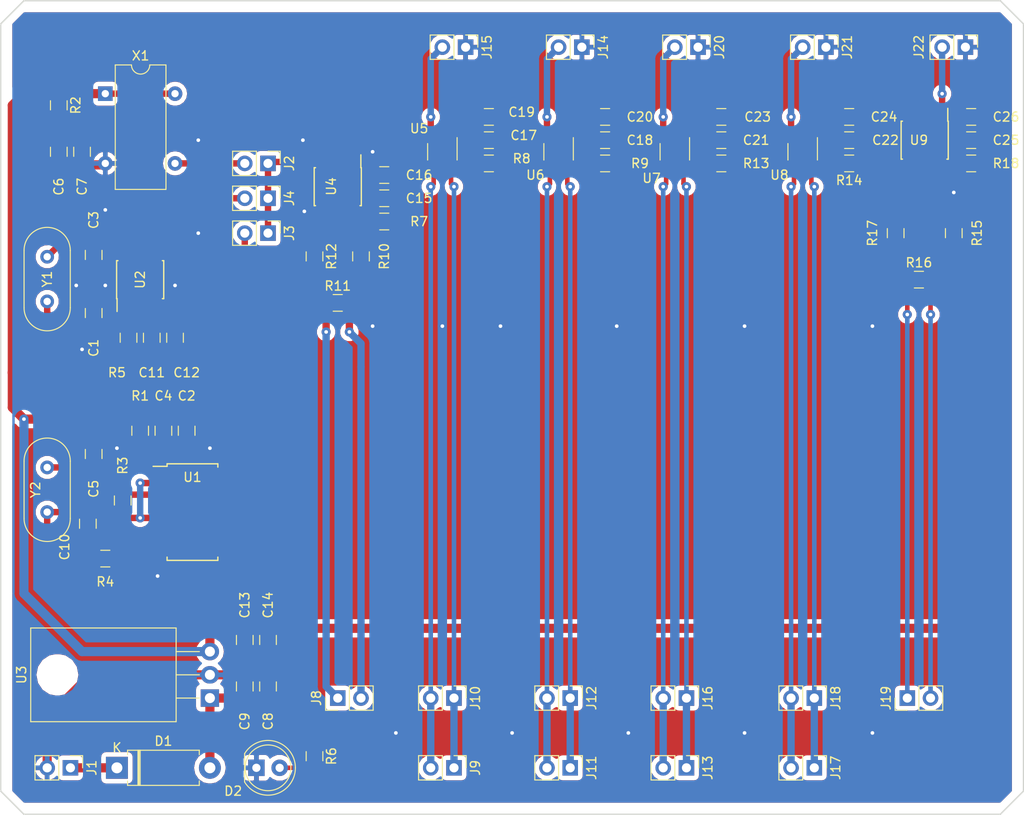
<source format=kicad_pcb>
(kicad_pcb (version 20171130) (host pcbnew "(5.0.0-rc2-dev-444-g2974a2c10)")
  (layers (0 F.Cu signal) (31 B.Cu signal) (34 B.Paste user) (35 F.Paste user) (36 B.SilkS user) (37 F.SilkS user) (38 B.Mask user) (39 F.Mask user) (44 Edge.Cuts user))
  (net 0 "")
  (net 1 "Net-(D1-Pad1)")
  (net 2 GND)
  (net 3 "Net-(D2-Pad2)")
  (net 4 "Net-(J2-Pad1)")
  (net 5 "Net-(J2-Pad2)")
  (net 6 "Net-(J3-Pad2)")
  (net 7 "Net-(J4-Pad2)")
  (net 8 +5V)
  (net 9 "Net-(U1-Pad11)")
  (net 10 "Net-(C3-Pad1)")
  (net 11 "Net-(R3-Pad1)")
  (net 12 "Net-(U4-Pad1)")
  (net 13 "Net-(U9-Pad4)")
  (net 14 "Net-(C1-Pad1)")
  (net 15 "Net-(C2-Pad1)")
  (net 16 "Net-(C6-Pad1)")
  (net 17 "Net-(U2-Pad4)")
  (net 18 "Net-(U2-Pad6)")
  (net 19 /RS422-B)
  (net 20 B1)
  (net 21 A1)
  (net 22 B2)
  (net 23 A2)
  (net 24 B3)
  (net 25 A3)
  (net 26 B4)
  (net 27 A4)
  (net 28 "Net-(J22-Pad2)")
  (net 29 "Net-(C5-Pad1)")
  (net 30 "Net-(C8-Pad1)")
  (net 31 "Net-(C10-Pad1)")
  (net 32 "Net-(C11-Pad1)")
  (net 33 "Net-(C15-Pad1)")
  (net 34 "Net-(C17-Pad1)")
  (net 35 "Net-(C18-Pad1)")
  (net 36 "Net-(C21-Pad1)")
  (net 37 "Net-(C22-Pad1)")
  (net 38 "Net-(C25-Pad1)")
  (net 39 "Net-(J8-Pad1)")
  (net 40 "Net-(J14-Pad2)")
  (net 41 "Net-(J15-Pad2)")
  (net 42 "Net-(J19-Pad1)")
  (net 43 "Net-(J19-Pad2)")
  (net 44 "Net-(J20-Pad2)")
  (net 45 "Net-(J21-Pad2)")
  (net 46 "Net-(U1-Pad12)")
  (net 47 "Net-(U1-Pad10)")
  (net 48 "Net-(U1-Pad6)")
  (module Package_SO:SOIC-16W_5.3x10.2mm_P1.27mm (layer F.Cu) (at 97.155 104.14)
    (fp_text reference U1 (at 0 -3.81) (layer F.SilkS))
    (fp_text value 4049)
    (pad 16 smd rect (at 3.55 -4.445) (size 1.5 0.6) (layers F.Cu F.Paste F.Mask))
    (pad 15 smd rect (at 3.55 -3.175) (size 1.5 0.6) (layers F.Cu F.Paste F.Mask) (net 6 "Net-(J3-Pad2)"))
    (pad 14 smd rect (at 3.55 -1.905) (size 1.5 0.6) (layers F.Cu F.Paste F.Mask) (net 9 "Net-(U1-Pad11)"))
    (pad 13 smd rect (at 3.55 -0.635) (size 1.5 0.6) (layers F.Cu F.Paste F.Mask))
    (pad 12 smd rect (at 3.55 0.635) (size 1.5 0.6) (layers F.Cu F.Paste F.Mask) (net 46 "Net-(U1-Pad12)"))
    (pad 11 smd rect (at 3.55 1.905) (size 1.5 0.6) (layers F.Cu F.Paste F.Mask) (net 9 "Net-(U1-Pad11)"))
    (pad 10 smd rect (at 3.55 3.175) (size 1.5 0.6) (layers F.Cu F.Paste F.Mask) (net 47 "Net-(U1-Pad10)"))
    (pad 9 smd rect (at 3.55 4.445) (size 1.5 0.6) (layers F.Cu F.Paste F.Mask) (net 9 "Net-(U1-Pad11)"))
    (pad 8 smd rect (at -3.55 4.445) (size 1.5 0.6) (layers F.Cu F.Paste F.Mask) (net 2 GND))
    (pad 7 smd rect (at -3.55 3.175) (size 1.5 0.6) (layers F.Cu F.Paste F.Mask) (net 9 "Net-(U1-Pad11)"))
    (pad 6 smd rect (at -3.55 1.905) (size 1.5 0.6) (layers F.Cu F.Paste F.Mask) (net 48 "Net-(U1-Pad6)"))
    (pad 5 smd rect (at -3.55 0.635) (size 1.5 0.6) (layers F.Cu F.Paste F.Mask) (net 11 "Net-(R3-Pad1)"))
    (pad 4 smd rect (at -3.55 -0.635) (size 1.5 0.6) (layers F.Cu F.Paste F.Mask) (net 9 "Net-(U1-Pad11)"))
    (pad 3 smd rect (at -3.55 -1.905) (size 1.5 0.6) (layers F.Cu F.Paste F.Mask) (net 29 "Net-(C5-Pad1)"))
    (pad 2 smd rect (at -3.55 -3.175) (size 1.5 0.6) (layers F.Cu F.Paste F.Mask) (net 11 "Net-(R3-Pad1)"))
    (pad 1 smd rect (at -3.55 -4.445) (size 1.5 0.6) (layers F.Cu F.Paste F.Mask) (net 15 "Net-(C2-Pad1)"))
  )
  (module LED_THT:LED_D5.0mm (layer F.Cu) (at 104.14 132.08)
    (fp_text reference D2 (at -2.54 2.54) (layer F.SilkS))
    (fp_text value LED)
    (pad 1 thru_hole rect (at 0 0) (size 1.8 1.8) (drill 0.9) (layers *.Cu *.Mask) (net 2 GND))
    (pad 2 thru_hole circle (at 2.54 0) (size 1.8 1.8) (drill 0.9) (layers *.Cu *.Mask) (net 3 "Net-(D2-Pad2)"))
  )
  (module Connector_PinHeader_2.54mm:PinHeader_1x02_P2.54mm_Vertical (layer F.Cu) (at 83.82 132.08 270)
    (fp_text reference J1 (at 0 -2.33 270) (layer F.SilkS))
    (fp_text value Conn_01x02_Male)
    (pad 2 thru_hole oval (at 0 2.54 270) (size 1.7 1.7) (drill 1) (layers *.Cu *.Mask) (net 2 GND))
    (pad 1 thru_hole rect (at 0 0 270) (size 1.7 1.7) (drill 1) (layers *.Cu *.Mask) (net 1 "Net-(D1-Pad1)"))
  )
  (module Connector_PinHeader_2.54mm:PinHeader_1x02_P2.54mm_Vertical (layer F.Cu) (at 105.41 66.04 270)
    (fp_text reference J2 (at 0 -2.33 270) (layer F.SilkS))
    (fp_text value Conn_01x02_Male)
    (pad 1 thru_hole rect (at 0 0 270) (size 1.7 1.7) (drill 1) (layers *.Cu *.Mask) (net 4 "Net-(J2-Pad1)"))
    (pad 2 thru_hole oval (at 0 2.54 270) (size 1.7 1.7) (drill 1) (layers *.Cu *.Mask) (net 5 "Net-(J2-Pad2)"))
  )
  (module Connector_PinHeader_2.54mm:PinHeader_1x02_P2.54mm_Vertical (layer F.Cu) (at 105.41 73.66 270)
    (fp_text reference J3 (at 0 -2.33 270) (layer F.SilkS))
    (fp_text value Conn_01x02_Male)
    (pad 2 thru_hole oval (at 0 2.54 270) (size 1.7 1.7) (drill 1) (layers *.Cu *.Mask) (net 6 "Net-(J3-Pad2)"))
    (pad 1 thru_hole rect (at 0 0 270) (size 1.7 1.7) (drill 1) (layers *.Cu *.Mask) (net 4 "Net-(J2-Pad1)"))
  )
  (module Connector_PinHeader_2.54mm:PinHeader_1x02_P2.54mm_Vertical (layer F.Cu) (at 105.41 69.85 270)
    (fp_text reference J4 (at 0 -2.33 270) (layer F.SilkS))
    (fp_text value Conn_01x02_Male)
    (pad 1 thru_hole rect (at 0 0 270) (size 1.7 1.7) (drill 1) (layers *.Cu *.Mask) (net 4 "Net-(J2-Pad1)"))
    (pad 2 thru_hole oval (at 0 2.54 270) (size 1.7 1.7) (drill 1) (layers *.Cu *.Mask) (net 7 "Net-(J4-Pad2)"))
  )
  (module Connector_PinHeader_2.54mm:PinHeader_1x02_P2.54mm_Vertical (layer F.Cu) (at 113.03 124.46 90)
    (fp_text reference J8 (at 0 -2.33 90) (layer F.SilkS))
    (fp_text value Conn_01x02_Male)
    (pad 2 thru_hole oval (at 0 2.54 90) (size 1.7 1.7) (drill 1) (layers *.Cu *.Mask) (net 19 /RS422-B))
    (pad 1 thru_hole rect (at 0 0 90) (size 1.7 1.7) (drill 1) (layers *.Cu *.Mask) (net 39 "Net-(J8-Pad1)"))
  )
  (module Connector_PinHeader_2.54mm:PinHeader_1x02_P2.54mm_Vertical (layer F.Cu) (at 125.73 132.08 270)
    (fp_text reference J9 (at 0 -2.33 270) (layer F.SilkS))
    (fp_text value Conn_01x02_Male)
    (pad 2 thru_hole oval (at 0 2.54 270) (size 1.7 1.7) (drill 1) (layers *.Cu *.Mask) (net 20 B1))
    (pad 1 thru_hole rect (at 0 0 270) (size 1.7 1.7) (drill 1) (layers *.Cu *.Mask) (net 21 A1))
  )
  (module Connector_PinHeader_2.54mm:PinHeader_1x02_P2.54mm_Vertical (layer F.Cu) (at 125.73 124.46 270)
    (fp_text reference J10 (at 0 -2.33 270) (layer F.SilkS))
    (fp_text value Conn_01x02_Male)
    (pad 1 thru_hole rect (at 0 0 270) (size 1.7 1.7) (drill 1) (layers *.Cu *.Mask) (net 21 A1))
    (pad 2 thru_hole oval (at 0 2.54 270) (size 1.7 1.7) (drill 1) (layers *.Cu *.Mask) (net 20 B1))
  )
  (module Connector_PinHeader_2.54mm:PinHeader_1x02_P2.54mm_Vertical (layer F.Cu) (at 138.43 132.08 270)
    (fp_text reference J11 (at 0 -2.33 270) (layer F.SilkS))
    (fp_text value Conn_01x02_Male)
    (pad 1 thru_hole rect (at 0 0 270) (size 1.7 1.7) (drill 1) (layers *.Cu *.Mask) (net 23 A2))
    (pad 2 thru_hole oval (at 0 2.54 270) (size 1.7 1.7) (drill 1) (layers *.Cu *.Mask) (net 22 B2))
  )
  (module Connector_PinHeader_2.54mm:PinHeader_1x02_P2.54mm_Vertical (layer F.Cu) (at 138.43 124.46 270)
    (fp_text reference J12 (at 0 -2.33 270) (layer F.SilkS))
    (fp_text value Conn_01x02_Male)
    (pad 2 thru_hole oval (at 0 2.54 270) (size 1.7 1.7) (drill 1) (layers *.Cu *.Mask) (net 22 B2))
    (pad 1 thru_hole rect (at 0 0 270) (size 1.7 1.7) (drill 1) (layers *.Cu *.Mask) (net 23 A2))
  )
  (module Package_SO:SOIC-8_3.9x4.9mm_P1.27mm (layer F.Cu) (at 113.03 68.58 270)
    (fp_text reference U4 (at -0.023733 0.706483 270) (layer F.SilkS))
    (fp_text value MAX14783E)
    (pad 8 smd rect (at 2.7 -1.905 270) (size 1.55 0.6) (layers F.Cu F.Paste F.Mask) (net 33 "Net-(C15-Pad1)"))
    (pad 7 smd rect (at 2.7 -0.635 270) (size 1.55 0.6) (layers F.Cu F.Paste F.Mask) (net 19 /RS422-B))
    (pad 6 smd rect (at 2.7 0.635 270) (size 1.55 0.6) (layers F.Cu F.Paste F.Mask) (net 39 "Net-(J8-Pad1)"))
    (pad 5 smd rect (at 2.7 1.905 270) (size 1.55 0.6) (layers F.Cu F.Paste F.Mask) (net 2 GND))
    (pad 4 smd rect (at -2.7 1.905 270) (size 1.55 0.6) (layers F.Cu F.Paste F.Mask) (net 4 "Net-(J2-Pad1)"))
    (pad 3 smd rect (at -2.7 0.635 270) (size 1.55 0.6) (layers F.Cu F.Paste F.Mask) (net 33 "Net-(C15-Pad1)"))
    (pad 2 smd rect (at -2.7 -0.635 270) (size 1.55 0.6) (layers F.Cu F.Paste F.Mask) (net 33 "Net-(C15-Pad1)"))
    (pad 1 smd rect (at -2.7 -1.905 270) (size 1.55 0.6) (layers F.Cu F.Paste F.Mask) (net 12 "Net-(U4-Pad1)"))
  )
  (module Package_TO_SOT_SMD:SOT-23-6 (layer F.Cu) (at 124.46 64.77 270)
    (fp_text reference U5 (at -2.54 2.54) (layer F.SilkS))
    (fp_text value MAX3284E)
    (pad 5 smd rect (at 1.1 0 270) (size 1.06 0.65) (layers F.Cu F.Paste F.Mask) (net 34 "Net-(C17-Pad1)"))
    (pad 6 smd rect (at 1.1 -0.95 270) (size 1.06 0.65) (layers F.Cu F.Paste F.Mask) (net 21 A1))
    (pad 4 smd rect (at 1.1 0.95 270) (size 1.06 0.65) (layers F.Cu F.Paste F.Mask) (net 20 B1))
    (pad 3 smd rect (at -1.1 0.95 270) (size 1.06 0.65) (layers F.Cu F.Paste F.Mask) (net 41 "Net-(J15-Pad2)"))
    (pad 2 smd rect (at -1.1 0 270) (size 1.06 0.65) (layers F.Cu F.Paste F.Mask) (net 2 GND))
    (pad 1 smd rect (at -1.1 -0.95 270) (size 1.06 0.65) (layers F.Cu F.Paste F.Mask) (net 34 "Net-(C17-Pad1)"))
  )
  (module Package_TO_SOT_SMD:SOT-23-6 (layer F.Cu) (at 137.16 64.77 270)
    (fp_text reference U6 (at 2.54 2.54) (layer F.SilkS))
    (fp_text value MAX3284E)
    (pad 1 smd rect (at -1.1 -0.95 270) (size 1.06 0.65) (layers F.Cu F.Paste F.Mask) (net 35 "Net-(C18-Pad1)"))
    (pad 2 smd rect (at -1.1 0 270) (size 1.06 0.65) (layers F.Cu F.Paste F.Mask) (net 2 GND))
    (pad 3 smd rect (at -1.1 0.95 270) (size 1.06 0.65) (layers F.Cu F.Paste F.Mask) (net 40 "Net-(J14-Pad2)"))
    (pad 4 smd rect (at 1.1 0.95 270) (size 1.06 0.65) (layers F.Cu F.Paste F.Mask) (net 22 B2))
    (pad 6 smd rect (at 1.1 -0.95 270) (size 1.06 0.65) (layers F.Cu F.Paste F.Mask) (net 23 A2))
    (pad 5 smd rect (at 1.1 0 270) (size 1.06 0.65) (layers F.Cu F.Paste F.Mask) (net 35 "Net-(C18-Pad1)"))
  )
  (module Package_TO_SOT_SMD:SOT-23-6 (layer F.Cu) (at 149.86 64.77 270)
    (fp_text reference U7 (at 2.889261 2.54) (layer F.SilkS))
    (fp_text value MAX3284E)
    (pad 1 smd rect (at -1.1 -0.95 270) (size 1.06 0.65) (layers F.Cu F.Paste F.Mask) (net 36 "Net-(C21-Pad1)"))
    (pad 2 smd rect (at -1.1 0 270) (size 1.06 0.65) (layers F.Cu F.Paste F.Mask) (net 2 GND))
    (pad 3 smd rect (at -1.1 0.95 270) (size 1.06 0.65) (layers F.Cu F.Paste F.Mask) (net 44 "Net-(J20-Pad2)"))
    (pad 4 smd rect (at 1.1 0.95 270) (size 1.06 0.65) (layers F.Cu F.Paste F.Mask) (net 24 B3))
    (pad 6 smd rect (at 1.1 -0.95 270) (size 1.06 0.65) (layers F.Cu F.Paste F.Mask) (net 25 A3))
    (pad 5 smd rect (at 1.1 0 270) (size 1.06 0.65) (layers F.Cu F.Paste F.Mask) (net 36 "Net-(C21-Pad1)"))
  )
  (module Package_TO_SOT_SMD:SOT-23-6 (layer F.Cu) (at 163.83 64.77 270)
    (fp_text reference U8 (at 2.54 2.54) (layer F.SilkS))
    (fp_text value MAX3284E)
    (pad 5 smd rect (at 1.1 0 270) (size 1.06 0.65) (layers F.Cu F.Paste F.Mask) (net 37 "Net-(C22-Pad1)"))
    (pad 6 smd rect (at 1.1 -0.95 270) (size 1.06 0.65) (layers F.Cu F.Paste F.Mask) (net 27 A4))
    (pad 4 smd rect (at 1.1 0.95 270) (size 1.06 0.65) (layers F.Cu F.Paste F.Mask) (net 26 B4))
    (pad 3 smd rect (at -1.1 0.95 270) (size 1.06 0.65) (layers F.Cu F.Paste F.Mask) (net 45 "Net-(J21-Pad2)"))
    (pad 2 smd rect (at -1.1 0 270) (size 1.06 0.65) (layers F.Cu F.Paste F.Mask) (net 2 GND))
    (pad 1 smd rect (at -1.1 -0.95 270) (size 1.06 0.65) (layers F.Cu F.Paste F.Mask) (net 37 "Net-(C22-Pad1)"))
  )
  (module Package_SO:SOIC-8_3.9x4.9mm_P1.27mm (layer F.Cu) (at 177.16 63.5 270)
    (fp_text reference U9 (at 0 0.63) (layer F.SilkS))
    (fp_text value MAX14783E)
    (pad 1 smd rect (at -2.7 -1.905 270) (size 1.55 0.6) (layers F.Cu F.Paste F.Mask) (net 28 "Net-(J22-Pad2)"))
    (pad 2 smd rect (at -2.7 -0.635 270) (size 1.55 0.6) (layers F.Cu F.Paste F.Mask) (net 2 GND))
    (pad 3 smd rect (at -2.7 0.635 270) (size 1.55 0.6) (layers F.Cu F.Paste F.Mask) (net 2 GND))
    (pad 4 smd rect (at -2.7 1.905 270) (size 1.55 0.6) (layers F.Cu F.Paste F.Mask) (net 13 "Net-(U9-Pad4)"))
    (pad 5 smd rect (at 2.7 1.905 270) (size 1.55 0.6) (layers F.Cu F.Paste F.Mask) (net 2 GND))
    (pad 6 smd rect (at 2.7 0.635 270) (size 1.55 0.6) (layers F.Cu F.Paste F.Mask) (net 42 "Net-(J19-Pad1)"))
    (pad 7 smd rect (at 2.7 -0.635 270) (size 1.55 0.6) (layers F.Cu F.Paste F.Mask) (net 43 "Net-(J19-Pad2)"))
    (pad 8 smd rect (at 2.7 -1.905 270) (size 1.55 0.6) (layers F.Cu F.Paste F.Mask) (net 38 "Net-(C25-Pad1)"))
  )
  (module Oscillator:Oscillator_SeikoEpson_SG-8002DC (layer F.Cu) (at 87.63 58.42)
    (fp_text reference X1 (at 3.86 -4.14) (layer F.SilkS))
    (fp_text value SG-531)
    (pad 1 thru_hole rect (at 0 0) (size 1.6 1.6) (drill 0.8) (layers *.Cu *.Mask) (net 16 "Net-(C6-Pad1)"))
    (pad 5 thru_hole oval (at 7.62 7.62) (size 1.6 1.6) (drill 0.8) (layers *.Cu *.Mask) (net 5 "Net-(J2-Pad2)"))
    (pad 4 thru_hole oval (at 0 7.62) (size 1.6 1.6) (drill 0.8) (layers *.Cu *.Mask) (net 2 GND))
    (pad 8 thru_hole oval (at 7.62 0) (size 1.6 1.6) (drill 0.8) (layers *.Cu *.Mask) (net 16 "Net-(C6-Pad1)"))
  )
  (module Crystal:Crystal_HC49-U_Vertical (layer F.Cu) (at 81.28 81.12 90)
    (fp_text reference Y1 (at 2.44 0 90) (layer F.SilkS))
    (fp_text value Crystal)
    (pad 1 thru_hole circle (at 0 0 90) (size 1.5 1.5) (drill 0.8) (layers *.Cu *.Mask) (net 14 "Net-(C1-Pad1)"))
    (pad 2 thru_hole circle (at 4.88 0 90) (size 1.5 1.5) (drill 0.8) (layers *.Cu *.Mask) (net 10 "Net-(C3-Pad1)"))
  )
  (module Crystal:Crystal_HC49-U_Vertical (layer F.Cu) (at 81.28 104.14 90)
    (fp_text reference Y2 (at 2.44 -1.27 90) (layer F.SilkS))
    (fp_text value Crystal)
    (pad 2 thru_hole circle (at 4.88 0 90) (size 1.5 1.5) (drill 0.8) (layers *.Cu *.Mask) (net 29 "Net-(C5-Pad1)"))
    (pad 1 thru_hole circle (at 0 0 90) (size 1.5 1.5) (drill 0.8) (layers *.Cu *.Mask) (net 31 "Net-(C10-Pad1)"))
  )
  (module Capacitor_SMD:C_1206_3216Metric (layer F.Cu) (at 86.36 82.39 90)
    (fp_text reference C1 (at -3.81 0 90) (layer F.SilkS))
    (fp_text value 12p)
    (pad 2 smd rect (at 1.43 0 90) (size 1.22 1.8) (layers F.Cu F.Paste F.Mask) (net 2 GND))
    (pad 1 smd rect (at -1.43 0 90) (size 1.22 1.8) (layers F.Cu F.Paste F.Mask) (net 14 "Net-(C1-Pad1)"))
  )
  (module Capacitor_SMD:C_1206_3216Metric (layer F.Cu) (at 96.52 95.25 270)
    (fp_text reference C2 (at -3.81 0) (layer F.SilkS))
    (fp_text value 22u)
    (pad 1 smd rect (at -1.43 0 270) (size 1.22 1.8) (layers F.Cu F.Paste F.Mask) (net 15 "Net-(C2-Pad1)"))
    (pad 2 smd rect (at 1.43 0 270) (size 1.22 1.8) (layers F.Cu F.Paste F.Mask) (net 2 GND))
  )
  (module Capacitor_SMD:C_1206_3216Metric (layer F.Cu) (at 86.36 76.04 270)
    (fp_text reference C3 (at -3.81 0 270) (layer F.SilkS))
    (fp_text value 12p)
    (pad 2 smd rect (at 1.43 0 270) (size 1.22 1.8) (layers F.Cu F.Paste F.Mask) (net 2 GND))
    (pad 1 smd rect (at -1.43 0 270) (size 1.22 1.8) (layers F.Cu F.Paste F.Mask) (net 10 "Net-(C3-Pad1)"))
  )
  (module Capacitor_SMD:C_1206_3216Metric (layer F.Cu) (at 93.98 95.25 270)
    (fp_text reference C4 (at -3.81 0 180) (layer F.SilkS))
    (fp_text value 0.1u)
    (pad 1 smd rect (at -1.43 0 270) (size 1.22 1.8) (layers F.Cu F.Paste F.Mask) (net 15 "Net-(C2-Pad1)"))
    (pad 2 smd rect (at 1.43 0 270) (size 1.22 1.8) (layers F.Cu F.Paste F.Mask) (net 2 GND))
  )
  (module Capacitor_SMD:C_1206_3216Metric (layer F.Cu) (at 86.36 97.79 90)
    (fp_text reference C5 (at -3.81 0 90) (layer F.SilkS))
    (fp_text value 10pF)
    (pad 2 smd rect (at 1.43 0 90) (size 1.22 1.8) (layers F.Cu F.Paste F.Mask) (net 2 GND))
    (pad 1 smd rect (at -1.43 0 90) (size 1.22 1.8) (layers F.Cu F.Paste F.Mask) (net 29 "Net-(C5-Pad1)"))
  )
  (module Capacitor_SMD:C_1206_3216Metric (layer F.Cu) (at 82.55 64.77 270)
    (fp_text reference C6 (at 3.81 0 270) (layer F.SilkS))
    (fp_text value 22u)
    (pad 1 smd rect (at -1.43 0 270) (size 1.22 1.8) (layers F.Cu F.Paste F.Mask) (net 16 "Net-(C6-Pad1)"))
    (pad 2 smd rect (at 1.43 0 270) (size 1.22 1.8) (layers F.Cu F.Paste F.Mask) (net 2 GND))
  )
  (module Capacitor_SMD:C_1206_3216Metric (layer F.Cu) (at 85.09 64.77 270)
    (fp_text reference C7 (at 3.81 0 270) (layer F.SilkS))
    (fp_text value 0.1u)
    (pad 1 smd rect (at -1.43 0 270) (size 1.22 1.8) (layers F.Cu F.Paste F.Mask) (net 16 "Net-(C6-Pad1)"))
    (pad 2 smd rect (at 1.43 0 270) (size 1.22 1.8) (layers F.Cu F.Paste F.Mask) (net 2 GND))
  )
  (module Capacitor_SMD:C_1206_3216Metric (layer F.Cu) (at 105.41 123.19 90)
    (fp_text reference C8 (at -3.81 0 90) (layer F.SilkS))
    (fp_text value C)
    (pad 1 smd rect (at -1.43 0 90) (size 1.22 1.8) (layers F.Cu F.Paste F.Mask) (net 30 "Net-(C8-Pad1)"))
    (pad 2 smd rect (at 1.43 0 90) (size 1.22 1.8) (layers F.Cu F.Paste F.Mask) (net 2 GND))
  )
  (module Capacitor_SMD:C_1206_3216Metric (layer F.Cu) (at 102.87 123.192863 90)
    (fp_text reference C9 (at -3.81 0 90) (layer F.SilkS))
    (fp_text value C)
    (pad 1 smd rect (at -1.43 0 90) (size 1.22 1.8) (layers F.Cu F.Paste F.Mask) (net 30 "Net-(C8-Pad1)"))
    (pad 2 smd rect (at 1.43 0 90) (size 1.22 1.8) (layers F.Cu F.Paste F.Mask) (net 2 GND))
  )
  (module Capacitor_SMD:C_1206_3216Metric (layer F.Cu) (at 85.725 105.41 270)
    (fp_text reference C10 (at 2.54 2.54 270) (layer F.SilkS))
    (fp_text value 10pF)
    (pad 2 smd rect (at 1.43 0 270) (size 1.22 1.8) (layers F.Cu F.Paste F.Mask) (net 2 GND))
    (pad 1 smd rect (at -1.43 0 270) (size 1.22 1.8) (layers F.Cu F.Paste F.Mask) (net 31 "Net-(C10-Pad1)"))
  )
  (module Capacitor_SMD:C_1206_3216Metric (layer F.Cu) (at 92.71 85.09 90)
    (fp_text reference C11 (at -3.81 0 180) (layer F.SilkS))
    (fp_text value C)
    (pad 2 smd rect (at 1.43 0 90) (size 1.22 1.8) (layers F.Cu F.Paste F.Mask) (net 2 GND))
    (pad 1 smd rect (at -1.43 0 90) (size 1.22 1.8) (layers F.Cu F.Paste F.Mask) (net 32 "Net-(C11-Pad1)"))
  )
  (module Capacitor_SMD:C_1206_3216Metric (layer F.Cu) (at 95.25 85.09 90)
    (fp_text reference C12 (at -3.81 1.27 180) (layer F.SilkS))
    (fp_text value C)
    (pad 2 smd rect (at 1.43 0 90) (size 1.22 1.8) (layers F.Cu F.Paste F.Mask) (net 2 GND))
    (pad 1 smd rect (at -1.43 0 90) (size 1.22 1.8) (layers F.Cu F.Paste F.Mask) (net 32 "Net-(C11-Pad1)"))
  )
  (module Capacitor_SMD:C_1206_3216Metric (layer F.Cu) (at 102.87 118.11 270)
    (fp_text reference C13 (at -3.81 0 270) (layer F.SilkS))
    (fp_text value C)
    (pad 1 smd rect (at -1.43 0 270) (size 1.22 1.8) (layers F.Cu F.Paste F.Mask) (net 8 +5V))
    (pad 2 smd rect (at 1.43 0 270) (size 1.22 1.8) (layers F.Cu F.Paste F.Mask) (net 2 GND))
  )
  (module Capacitor_SMD:C_1206_3216Metric (layer F.Cu) (at 105.41 118.11 270)
    (fp_text reference C14 (at -3.81 0 270) (layer F.SilkS))
    (fp_text value C)
    (pad 2 smd rect (at 1.43 0 270) (size 1.22 1.8) (layers F.Cu F.Paste F.Mask) (net 2 GND))
    (pad 1 smd rect (at -1.43 0 270) (size 1.22 1.8) (layers F.Cu F.Paste F.Mask) (net 8 +5V))
  )
  (module Capacitor_SMD:C_1206_3216Metric (layer F.Cu) (at 118.11 69.85 180)
    (fp_text reference C15 (at -3.81 0 180) (layer F.SilkS))
    (fp_text value 22u)
    (pad 1 smd rect (at -1.43 0 180) (size 1.22 1.8) (layers F.Cu F.Paste F.Mask) (net 33 "Net-(C15-Pad1)"))
    (pad 2 smd rect (at 1.43 0 180) (size 1.22 1.8) (layers F.Cu F.Paste F.Mask) (net 2 GND))
  )
  (module Capacitor_SMD:C_1206_3216Metric (layer F.Cu) (at 118.11 67.31 180)
    (fp_text reference C16 (at -3.81 0 180) (layer F.SilkS))
    (fp_text value 0.1u)
    (pad 2 smd rect (at 1.43 0 180) (size 1.22 1.8) (layers F.Cu F.Paste F.Mask) (net 2 GND))
    (pad 1 smd rect (at -1.43 0 180) (size 1.22 1.8) (layers F.Cu F.Paste F.Mask) (net 33 "Net-(C15-Pad1)"))
  )
  (module Capacitor_SMD:C_1206_3216Metric (layer F.Cu) (at 129.54 63.5 180)
    (fp_text reference C17 (at -3.81 0.525822) (layer F.SilkS))
    (fp_text value 22u)
    (pad 1 smd rect (at -1.43 0 180) (size 1.22 1.8) (layers F.Cu F.Paste F.Mask) (net 34 "Net-(C17-Pad1)"))
    (pad 2 smd rect (at 1.43 0 180) (size 1.22 1.8) (layers F.Cu F.Paste F.Mask) (net 2 GND))
  )
  (module Resistor_SMD:R_1206_3216Metric (layer F.Cu) (at 91.44 95.25 270)
    (fp_text reference R1 (at -3.81 0) (layer F.SilkS))
    (fp_text value 10E)
    (pad 2 smd rect (at 1.43 0 270) (size 1.22 1.8) (layers F.Cu F.Paste F.Mask) (net 15 "Net-(C2-Pad1)"))
    (pad 1 smd rect (at -1.43 0 270) (size 1.22 1.8) (layers F.Cu F.Paste F.Mask) (net 8 +5V))
  )
  (module Resistor_SMD:R_1206_3216Metric (layer F.Cu) (at 82.55 59.69 270)
    (fp_text reference R2 (at 0 -1.85 270) (layer F.SilkS))
    (fp_text value 10E)
    (pad 1 smd rect (at -1.43 0 270) (size 1.22 1.8) (layers F.Cu F.Paste F.Mask) (net 8 +5V))
    (pad 2 smd rect (at 1.43 0 270) (size 1.22 1.8) (layers F.Cu F.Paste F.Mask) (net 16 "Net-(C6-Pad1)"))
  )
  (module Resistor_SMD:R_1206_3216Metric (layer F.Cu) (at 89.535 102.87 90)
    (fp_text reference R3 (at 3.81 0 90) (layer F.SilkS))
    (fp_text value 1M)
    (pad 2 smd rect (at 1.43 0 90) (size 1.22 1.8) (layers F.Cu F.Paste F.Mask) (net 29 "Net-(C5-Pad1)"))
    (pad 1 smd rect (at -1.43 0 90) (size 1.22 1.8) (layers F.Cu F.Paste F.Mask) (net 11 "Net-(R3-Pad1)"))
  )
  (module Resistor_SMD:R_1206_3216Metric (layer F.Cu) (at 87.63 109.22)
    (fp_text reference R4 (at 0 2.54) (layer F.SilkS))
    (fp_text value 270)
    (pad 1 smd rect (at -1.43 0) (size 1.22 1.8) (layers F.Cu F.Paste F.Mask) (net 31 "Net-(C10-Pad1)"))
    (pad 2 smd rect (at 1.43 0) (size 1.22 1.8) (layers F.Cu F.Paste F.Mask) (net 11 "Net-(R3-Pad1)"))
  )
  (module Resistor_SMD:R_1206_3216Metric (layer F.Cu) (at 90.17 85.09 270)
    (fp_text reference R5 (at 3.81 1.27) (layer F.SilkS))
    (fp_text value 10E)
    (pad 2 smd rect (at 1.43 0 270) (size 1.22 1.8) (layers F.Cu F.Paste F.Mask) (net 8 +5V))
    (pad 1 smd rect (at -1.43 0 270) (size 1.22 1.8) (layers F.Cu F.Paste F.Mask) (net 32 "Net-(C11-Pad1)"))
  )
  (module Resistor_SMD:R_1206_3216Metric (layer F.Cu) (at 110.49 130.81 270)
    (fp_text reference R6 (at 0 -1.85 270) (layer F.SilkS))
    (fp_text value 300)
    (pad 2 smd rect (at 1.43 0 270) (size 1.22 1.8) (layers F.Cu F.Paste F.Mask) (net 3 "Net-(D2-Pad2)"))
    (pad 1 smd rect (at -1.43 0 270) (size 1.22 1.8) (layers F.Cu F.Paste F.Mask) (net 8 +5V))
  )
  (module Resistor_SMD:R_1206_3216Metric (layer F.Cu) (at 118.11 72.39)
    (fp_text reference R7 (at 3.81 0) (layer F.SilkS))
    (fp_text value 10E)
    (pad 1 smd rect (at -1.43 0) (size 1.22 1.8) (layers F.Cu F.Paste F.Mask) (net 33 "Net-(C15-Pad1)"))
    (pad 2 smd rect (at 1.43 0) (size 1.22 1.8) (layers F.Cu F.Paste F.Mask) (net 8 +5V))
  )
  (module Resistor_SMD:R_1206_3216Metric (layer F.Cu) (at 129.54 66.04 180)
    (fp_text reference R8 (at -3.585692 0.525822 180) (layer F.SilkS))
    (fp_text value 10E)
    (pad 1 smd rect (at -1.43 0 180) (size 1.22 1.8) (layers F.Cu F.Paste F.Mask) (net 8 +5V))
    (pad 2 smd rect (at 1.43 0 180) (size 1.22 1.8) (layers F.Cu F.Paste F.Mask) (net 34 "Net-(C17-Pad1)"))
  )
  (module Resistor_SMD:R_1206_3216Metric (layer F.Cu) (at 142.24 66.04 180)
    (fp_text reference R9 (at -3.81 0 180) (layer F.SilkS))
    (fp_text value 10E)
    (pad 2 smd rect (at 1.43 0 180) (size 1.22 1.8) (layers F.Cu F.Paste F.Mask) (net 35 "Net-(C18-Pad1)"))
    (pad 1 smd rect (at -1.43 0 180) (size 1.22 1.8) (layers F.Cu F.Paste F.Mask) (net 8 +5V))
  )
  (module Resistor_SMD:R_1206_3216Metric (layer F.Cu) (at 115.57 76.2 90)
    (fp_text reference R10 (at 0 2.54 90) (layer F.SilkS))
    (fp_text value 1K)
    (pad 1 smd rect (at -1.43 0 90) (size 1.22 1.8) (layers F.Cu F.Paste F.Mask) (net 19 /RS422-B))
    (pad 2 smd rect (at 1.43 0 90) (size 1.22 1.8) (layers F.Cu F.Paste F.Mask) (net 8 +5V))
  )
  (module Resistor_SMD:R_1206_3216Metric (layer F.Cu) (at 113.03 81.28)
    (fp_text reference R11 (at 0 -1.85) (layer F.SilkS))
    (fp_text value 120E)
    (pad 1 smd rect (at -1.43 0) (size 1.22 1.8) (layers F.Cu F.Paste F.Mask) (net 39 "Net-(J8-Pad1)"))
    (pad 2 smd rect (at 1.43 0) (size 1.22 1.8) (layers F.Cu F.Paste F.Mask) (net 19 /RS422-B))
  )
  (module Package_SO:SOIC-8_3.9x4.9mm_P1.27mm (layer F.Cu) (at 91.44 78.74 90)
    (fp_text reference U2 (at 0 0 90) (layer F.SilkS))
    (fp_text value NB3N511)
    (pad 1 smd rect (at -2.7 -1.905 90) (size 1.55 0.6) (layers F.Cu F.Paste F.Mask) (net 14 "Net-(C1-Pad1)"))
    (pad 2 smd rect (at -2.7 -0.635 90) (size 1.55 0.6) (layers F.Cu F.Paste F.Mask) (net 32 "Net-(C11-Pad1)"))
    (pad 3 smd rect (at -2.7 0.635 90) (size 1.55 0.6) (layers F.Cu F.Paste F.Mask) (net 2 GND))
    (pad 4 smd rect (at -2.7 1.905 90) (size 1.55 0.6) (layers F.Cu F.Paste F.Mask) (net 17 "Net-(U2-Pad4)"))
    (pad 5 smd rect (at 2.7 1.905 90) (size 1.55 0.6) (layers F.Cu F.Paste F.Mask) (net 7 "Net-(J4-Pad2)"))
    (pad 6 smd rect (at 2.7 0.635 90) (size 1.55 0.6) (layers F.Cu F.Paste F.Mask) (net 18 "Net-(U2-Pad6)"))
    (pad 7 smd rect (at 2.7 -0.635 90) (size 1.55 0.6) (layers F.Cu F.Paste F.Mask) (net 32 "Net-(C11-Pad1)"))
    (pad 8 smd rect (at 2.7 -1.905 90) (size 1.55 0.6) (layers F.Cu F.Paste F.Mask) (net 10 "Net-(C3-Pad1)"))
  )
  (module Package_TO_SOT_THT:TO-220-3_Horizontal_TabDown (layer F.Cu) (at 99.06 124.46 90)
    (fp_text reference U3 (at 2.54 -20.58 90) (layer F.SilkS))
    (fp_text value LM7805_TO220)
    (pad "" np_thru_hole oval (at 2.54 -16.66 90) (size 3.5 3.5) (drill 3.5) (layers *.Cu *.Mask))
    (pad 1 thru_hole rect (at 0 0 90) (size 1.905 2) (drill 1.1) (layers *.Cu *.Mask) (net 30 "Net-(C8-Pad1)"))
    (pad 2 thru_hole oval (at 2.54 0 90) (size 1.905 2) (drill 1.1) (layers *.Cu *.Mask) (net 2 GND))
    (pad 3 thru_hole oval (at 5.08 0 90) (size 1.905 2) (drill 1.1) (layers *.Cu *.Mask) (net 8 +5V))
  )
  (module Diode_THT:D_DO-15_P10.16mm_Horizontal (layer F.Cu) (at 88.9 132.08)
    (fp_text reference D1 (at 5.08 -2.92) (layer F.SilkS))
    (fp_text value DIODE)
    (fp_text user K (at 0 -2.2) (layer F.SilkS))
    (pad 1 thru_hole rect (at 0 0) (size 2.4 2.4) (drill 1.2) (layers *.Cu *.Mask) (net 1 "Net-(D1-Pad1)"))
    (pad 2 thru_hole oval (at 10.16 0) (size 2.4 2.4) (drill 1.2) (layers *.Cu *.Mask) (net 30 "Net-(C8-Pad1)"))
  )
  (module Connector_PinHeader_2.54mm:PinHeader_1x02_P2.54mm_Vertical (layer F.Cu) (at 151.13 132.08 270)
    (fp_text reference J13 (at 0 -2.33 270) (layer F.SilkS))
    (fp_text value Conn_01x02_Male)
    (pad 2 thru_hole oval (at 0 2.54 270) (size 1.7 1.7) (drill 1) (layers *.Cu *.Mask) (net 24 B3))
    (pad 1 thru_hole rect (at 0 0 270) (size 1.7 1.7) (drill 1) (layers *.Cu *.Mask) (net 25 A3))
  )
  (module Connector_PinHeader_2.54mm:PinHeader_1x02_P2.54mm_Vertical (layer F.Cu) (at 139.7 53.34 270)
    (fp_text reference J14 (at 0 -2.33 270) (layer F.SilkS))
    (fp_text value Conn_01x02_Male)
    (pad 2 thru_hole oval (at 0 2.54 270) (size 1.7 1.7) (drill 1) (layers *.Cu *.Mask) (net 40 "Net-(J14-Pad2)"))
    (pad 1 thru_hole rect (at 0 0 270) (size 1.7 1.7) (drill 1) (layers *.Cu *.Mask) (net 2 GND))
  )
  (module Connector_PinHeader_2.54mm:PinHeader_1x02_P2.54mm_Vertical (layer F.Cu) (at 127 53.34 270)
    (fp_text reference J15 (at 0 -2.33 270) (layer F.SilkS))
    (fp_text value Conn_01x02_Male)
    (pad 1 thru_hole rect (at 0 0 270) (size 1.7 1.7) (drill 1) (layers *.Cu *.Mask) (net 2 GND))
    (pad 2 thru_hole oval (at 0 2.54 270) (size 1.7 1.7) (drill 1) (layers *.Cu *.Mask) (net 41 "Net-(J15-Pad2)"))
  )
  (module Connector_PinHeader_2.54mm:PinHeader_1x02_P2.54mm_Vertical (layer F.Cu) (at 151.13 124.46 270)
    (fp_text reference J16 (at 0 -2.33 270) (layer F.SilkS))
    (fp_text value Conn_01x02_Male)
    (pad 2 thru_hole oval (at 0 2.54 270) (size 1.7 1.7) (drill 1) (layers *.Cu *.Mask) (net 24 B3))
    (pad 1 thru_hole rect (at 0 0 270) (size 1.7 1.7) (drill 1) (layers *.Cu *.Mask) (net 25 A3))
  )
  (module Connector_PinHeader_2.54mm:PinHeader_1x02_P2.54mm_Vertical (layer F.Cu) (at 165.1 132.08 270)
    (fp_text reference J17 (at 0 -2.33 270) (layer F.SilkS))
    (fp_text value Conn_01x02_Male)
    (pad 1 thru_hole rect (at 0 0 270) (size 1.7 1.7) (drill 1) (layers *.Cu *.Mask) (net 27 A4))
    (pad 2 thru_hole oval (at 0 2.54 270) (size 1.7 1.7) (drill 1) (layers *.Cu *.Mask) (net 26 B4))
  )
  (module Connector_PinHeader_2.54mm:PinHeader_1x02_P2.54mm_Vertical (layer F.Cu) (at 165.1 124.46 270)
    (fp_text reference J18 (at 0 -2.33 270) (layer F.SilkS))
    (fp_text value Conn_01x02_Male)
    (pad 2 thru_hole oval (at 0 2.54 270) (size 1.7 1.7) (drill 1) (layers *.Cu *.Mask) (net 26 B4))
    (pad 1 thru_hole rect (at 0 0 270) (size 1.7 1.7) (drill 1) (layers *.Cu *.Mask) (net 27 A4))
  )
  (module Connector_PinHeader_2.54mm:PinHeader_1x02_P2.54mm_Vertical (layer F.Cu) (at 175.26 124.46 90)
    (fp_text reference J19 (at 0 -2.33 90) (layer F.SilkS))
    (fp_text value Conn_01x02_Male)
    (pad 1 thru_hole rect (at 0 0 90) (size 1.7 1.7) (drill 1) (layers *.Cu *.Mask) (net 42 "Net-(J19-Pad1)"))
    (pad 2 thru_hole oval (at 0 2.54 90) (size 1.7 1.7) (drill 1) (layers *.Cu *.Mask) (net 43 "Net-(J19-Pad2)"))
  )
  (module Connector_PinHeader_2.54mm:PinHeader_1x02_P2.54mm_Vertical (layer F.Cu) (at 152.4 53.34 270)
    (fp_text reference J20 (at 0 -2.33 270) (layer F.SilkS))
    (fp_text value Conn_01x02_Male)
    (pad 2 thru_hole oval (at 0 2.54 270) (size 1.7 1.7) (drill 1) (layers *.Cu *.Mask) (net 44 "Net-(J20-Pad2)"))
    (pad 1 thru_hole rect (at 0 0 270) (size 1.7 1.7) (drill 1) (layers *.Cu *.Mask) (net 2 GND))
  )
  (module Connector_PinHeader_2.54mm:PinHeader_1x02_P2.54mm_Vertical (layer F.Cu) (at 166.37 53.34 270)
    (fp_text reference J21 (at 0 -2.33 270) (layer F.SilkS))
    (fp_text value Conn_01x02_Male)
    (pad 1 thru_hole rect (at 0 0 270) (size 1.7 1.7) (drill 1) (layers *.Cu *.Mask) (net 2 GND))
    (pad 2 thru_hole oval (at 0 2.54 270) (size 1.7 1.7) (drill 1) (layers *.Cu *.Mask) (net 45 "Net-(J21-Pad2)"))
  )
  (module Connector_PinHeader_2.54mm:PinHeader_1x02_P2.54mm_Vertical (layer F.Cu) (at 181.61 53.34 270)
    (fp_text reference J22 (at 0 5.08 270) (layer F.SilkS))
    (fp_text value Conn_01x02_Male)
    (pad 1 thru_hole rect (at 0 0 270) (size 1.7 1.7) (drill 1) (layers *.Cu *.Mask) (net 2 GND))
    (pad 2 thru_hole oval (at 0 2.54 270) (size 1.7 1.7) (drill 1) (layers *.Cu *.Mask) (net 28 "Net-(J22-Pad2)"))
  )
  (module Capacitor_SMD:C_1206_3216Metric (layer F.Cu) (at 142.24 63.5 180)
    (fp_text reference C18 (at -3.81 0 180) (layer F.SilkS))
    (fp_text value 22u)
    (pad 1 smd rect (at -1.43 0 180) (size 1.22 1.8) (layers F.Cu F.Paste F.Mask) (net 35 "Net-(C18-Pad1)"))
    (pad 2 smd rect (at 1.43 0 180) (size 1.22 1.8) (layers F.Cu F.Paste F.Mask) (net 2 GND))
  )
  (module Capacitor_SMD:C_1206_3216Metric (layer F.Cu) (at 129.54 60.96 180)
    (fp_text reference C19 (at -3.585692 0.525822 180) (layer F.SilkS))
    (fp_text value 0.1u)
    (pad 1 smd rect (at -1.43 0 180) (size 1.22 1.8) (layers F.Cu F.Paste F.Mask) (net 34 "Net-(C17-Pad1)"))
    (pad 2 smd rect (at 1.43 0 180) (size 1.22 1.8) (layers F.Cu F.Paste F.Mask) (net 2 GND))
  )
  (module Capacitor_SMD:C_1206_3216Metric (layer F.Cu) (at 142.24 60.96 180)
    (fp_text reference C20 (at -3.81 0 180) (layer F.SilkS))
    (fp_text value 0.1u)
    (pad 1 smd rect (at -1.43 0 180) (size 1.22 1.8) (layers F.Cu F.Paste F.Mask) (net 35 "Net-(C18-Pad1)"))
    (pad 2 smd rect (at 1.43 0 180) (size 1.22 1.8) (layers F.Cu F.Paste F.Mask) (net 2 GND))
  )
  (module Capacitor_SMD:C_1206_3216Metric (layer F.Cu) (at 154.94 63.5 180)
    (fp_text reference C21 (at -3.81 0 180) (layer F.SilkS))
    (fp_text value 22u)
    (pad 2 smd rect (at 1.43 0 180) (size 1.22 1.8) (layers F.Cu F.Paste F.Mask) (net 2 GND))
    (pad 1 smd rect (at -1.43 0 180) (size 1.22 1.8) (layers F.Cu F.Paste F.Mask) (net 36 "Net-(C21-Pad1)"))
  )
  (module Capacitor_SMD:C_1206_3216Metric (layer F.Cu) (at 168.91 63.5 180)
    (fp_text reference C22 (at -3.97 0 180) (layer F.SilkS))
    (fp_text value 22u)
    (pad 2 smd rect (at 1.43 0 180) (size 1.22 1.8) (layers F.Cu F.Paste F.Mask) (net 2 GND))
    (pad 1 smd rect (at -1.43 0 180) (size 1.22 1.8) (layers F.Cu F.Paste F.Mask) (net 37 "Net-(C22-Pad1)"))
  )
  (module Capacitor_SMD:C_1206_3216Metric (layer F.Cu) (at 154.94 60.96 180)
    (fp_text reference C23 (at -3.97 0 180) (layer F.SilkS))
    (fp_text value 0.1u)
    (pad 2 smd rect (at 1.43 0 180) (size 1.22 1.8) (layers F.Cu F.Paste F.Mask) (net 2 GND))
    (pad 1 smd rect (at -1.43 0 180) (size 1.22 1.8) (layers F.Cu F.Paste F.Mask) (net 36 "Net-(C21-Pad1)"))
  )
  (module Capacitor_SMD:C_1206_3216Metric (layer F.Cu) (at 168.91 60.96 180)
    (fp_text reference C24 (at -3.81 0 180) (layer F.SilkS))
    (fp_text value 0.1u)
    (pad 1 smd rect (at -1.43 0 180) (size 1.22 1.8) (layers F.Cu F.Paste F.Mask) (net 37 "Net-(C22-Pad1)"))
    (pad 2 smd rect (at 1.43 0 180) (size 1.22 1.8) (layers F.Cu F.Paste F.Mask) (net 2 GND))
  )
  (module Capacitor_SMD:C_1206_3216Metric (layer F.Cu) (at 182.24 63.5 180)
    (fp_text reference C25 (at -3.81 0 180) (layer F.SilkS))
    (fp_text value 22u)
    (pad 1 smd rect (at -1.43 0 180) (size 1.22 1.8) (layers F.Cu F.Paste F.Mask) (net 38 "Net-(C25-Pad1)"))
    (pad 2 smd rect (at 1.43 0 180) (size 1.22 1.8) (layers F.Cu F.Paste F.Mask) (net 2 GND))
  )
  (module Capacitor_SMD:C_1206_3216Metric (layer F.Cu) (at 182.24 60.96 180)
    (fp_text reference C26 (at -3.81 0 180) (layer F.SilkS))
    (fp_text value 0.1u)
    (pad 2 smd rect (at 1.43 0 180) (size 1.22 1.8) (layers F.Cu F.Paste F.Mask) (net 2 GND))
    (pad 1 smd rect (at -1.43 0 180) (size 1.22 1.8) (layers F.Cu F.Paste F.Mask) (net 38 "Net-(C25-Pad1)"))
  )
  (module Resistor_SMD:R_1206_3216Metric (layer F.Cu) (at 110.49 76.2 270)
    (fp_text reference R12 (at 0 -1.85 270) (layer F.SilkS))
    (fp_text value 1K)
    (pad 1 smd rect (at -1.43 0 270) (size 1.22 1.8) (layers F.Cu F.Paste F.Mask) (net 2 GND))
    (pad 2 smd rect (at 1.43 0 270) (size 1.22 1.8) (layers F.Cu F.Paste F.Mask) (net 39 "Net-(J8-Pad1)"))
  )
  (module Resistor_SMD:R_1206_3216Metric (layer F.Cu) (at 154.94 66.04 180)
    (fp_text reference R13 (at -3.81 0 180) (layer F.SilkS))
    (fp_text value 10E)
    (pad 1 smd rect (at -1.43 0 180) (size 1.22 1.8) (layers F.Cu F.Paste F.Mask) (net 8 +5V))
    (pad 2 smd rect (at 1.43 0 180) (size 1.22 1.8) (layers F.Cu F.Paste F.Mask) (net 36 "Net-(C21-Pad1)"))
  )
  (module Resistor_SMD:R_1206_3216Metric (layer F.Cu) (at 168.91 66.04 180)
    (fp_text reference R14 (at 0 -1.85 180) (layer F.SilkS))
    (fp_text value 10E)
    (pad 2 smd rect (at 1.43 0 180) (size 1.22 1.8) (layers F.Cu F.Paste F.Mask) (net 37 "Net-(C22-Pad1)"))
    (pad 1 smd rect (at -1.43 0 180) (size 1.22 1.8) (layers F.Cu F.Paste F.Mask) (net 8 +5V))
  )
  (module Resistor_SMD:R_1206_3216Metric (layer F.Cu) (at 180.34 73.66 90)
    (fp_text reference R15 (at 0 2.54 90) (layer F.SilkS))
    (fp_text value 1K)
    (pad 1 smd rect (at -1.43 0 90) (size 1.22 1.8) (layers F.Cu F.Paste F.Mask) (net 43 "Net-(J19-Pad2)"))
    (pad 2 smd rect (at 1.43 0 90) (size 1.22 1.8) (layers F.Cu F.Paste F.Mask) (net 8 +5V))
  )
  (module Resistor_SMD:R_1206_3216Metric (layer F.Cu) (at 176.53 78.74)
    (fp_text reference R16 (at 0 -1.85) (layer F.SilkS))
    (fp_text value 120E)
    (pad 2 smd rect (at 1.43 0) (size 1.22 1.8) (layers F.Cu F.Paste F.Mask) (net 43 "Net-(J19-Pad2)"))
    (pad 1 smd rect (at -1.43 0) (size 1.22 1.8) (layers F.Cu F.Paste F.Mask) (net 42 "Net-(J19-Pad1)"))
  )
  (module Resistor_SMD:R_1206_3216Metric (layer F.Cu) (at 173.99 73.66 270)
    (fp_text reference R17 (at 0 2.54 270) (layer F.SilkS))
    (fp_text value 1K)
    (pad 2 smd rect (at 1.43 0 270) (size 1.22 1.8) (layers F.Cu F.Paste F.Mask) (net 42 "Net-(J19-Pad1)"))
    (pad 1 smd rect (at -1.43 0 270) (size 1.22 1.8) (layers F.Cu F.Paste F.Mask) (net 2 GND))
  )
  (module Resistor_SMD:R_1206_3216Metric (layer F.Cu) (at 182.24 66.04)
    (fp_text reference R18 (at 3.81 0) (layer F.SilkS))
    (fp_text value 10E)
    (pad 1 smd rect (at -1.43 0) (size 1.22 1.8) (layers F.Cu F.Paste F.Mask) (net 38 "Net-(C25-Pad1)"))
    (pad 2 smd rect (at 1.43 0) (size 1.22 1.8) (layers F.Cu F.Paste F.Mask) (net 8 +5V))
  )
  (gr_line (start 185.42 48.26) (end 187.96 50.8) (layer Edge.Cuts) (width 0.15))
  (gr_line (start 185.42 137.16) (end 187.96 134.62) (layer Edge.Cuts) (width 0.15))
  (gr_line (start 76.2 134.62) (end 78.74 137.16) (layer Edge.Cuts) (width 0.15))
  (gr_line (start 78.74 48.26) (end 76.2 50.8) (layer Edge.Cuts) (width 0.15))
  (gr_line (start 78.74 48.26) (end 185.42 48.26) (layer Edge.Cuts) (width 0.15))
  (gr_line (start 76.2 134.62) (end 76.2 50.8) (layer Edge.Cuts) (width 0.15))
  (gr_line (start 185.42 137.16) (end 78.74 137.16) (layer Edge.Cuts) (width 0.15))
  (gr_line (start 187.96 50.8) (end 187.96 134.62) (layer Edge.Cuts) (width 0.15))
  (segment (start 83.82 132.08) (end 88.9 132.08) (width 1) (layer F.Cu) (net 1))
  (segment (start 97.06 121.92) (end 99.06 121.92) (width 1) (layer F.Cu) (net 2))
  (segment (start 86.026002 121.92) (end 97.06 121.92) (width 1) (layer F.Cu) (net 2))
  (segment (start 81.28 126.666002) (end 86.026002 121.92) (width 1) (layer F.Cu) (net 2))
  (segment (start 81.28 132.08) (end 81.28 126.666002) (width 1) (layer F.Cu) (net 2))
  (segment (start 102.712863 121.92) (end 102.87 121.762863) (width 1) (layer F.Cu) (net 2))
  (segment (start 99.06 121.92) (end 102.712863 121.92) (width 1) (layer F.Cu) (net 2))
  (segment (start 102.872863 121.76) (end 102.87 121.762863) (width 1) (layer F.Cu) (net 2))
  (segment (start 105.41 121.76) (end 102.872863 121.76) (width 1) (layer F.Cu) (net 2))
  (segment (start 102.87 119.54) (end 102.87 121.762863) (width 1) (layer F.Cu) (net 2))
  (segment (start 105.41 119.54) (end 105.41 121.76) (width 1) (layer F.Cu) (net 2))
  (segment (start 81.28 134.62) (end 81.28 132.08) (width 0.5) (layer F.Cu) (net 2))
  (segment (start 103 134.62) (end 81.28 134.62) (width 0.5) (layer F.Cu) (net 2))
  (segment (start 104.14 132.08) (end 104.14 133.48) (width 0.5) (layer F.Cu) (net 2))
  (segment (start 104.14 133.48) (end 103 134.62) (width 0.5) (layer F.Cu) (net 2))
  (segment (start 82.55 66.2) (end 85.09 66.2) (width 1) (layer F.Cu) (net 2))
  (segment (start 87.47 66.2) (end 87.63 66.04) (width 1) (layer F.Cu) (net 2))
  (segment (start 85.09 66.2) (end 87.47 66.2) (width 1) (layer F.Cu) (net 2))
  (segment (start 86.36 77.47) (end 86.36 78.58) (width 0.7) (layer F.Cu) (net 2))
  (segment (start 92.075 83.025) (end 92.71 83.66) (width 0.7) (layer F.Cu) (net 2))
  (segment (start 92.075 81.44) (end 92.075 83.025) (width 0.7) (layer F.Cu) (net 2))
  (segment (start 92.71 83.66) (end 95.25 83.66) (width 0.7) (layer F.Cu) (net 2))
  (segment (start 86.36 79.375) (end 86.36 80.96) (width 0.7) (layer F.Cu) (net 2))
  (segment (start 86.36 78.58) (end 86.36 79.375) (width 0.7) (layer F.Cu) (net 2))
  (via (at 95.25 79.375) (size 1) (drill 0.4) (layers F.Cu B.Cu) (net 2))
  (segment (start 92.075 79.375) (end 92.075 81.44) (width 0.7) (layer F.Cu) (net 2))
  (via (at 84.455 79.375) (size 1) (drill 0.4) (layers F.Cu B.Cu) (net 2))
  (segment (start 84.455 79.375) (end 86.36 79.375) (width 0.7) (layer F.Cu) (net 2))
  (segment (start 96.52 96.68) (end 93.98 96.68) (width 0.7) (layer F.Cu) (net 2))
  (segment (start 86.36 96.36) (end 88.105 96.36) (width 0.7) (layer F.Cu) (net 2))
  (segment (start 88.105 96.36) (end 88.9 97.155) (width 0.7) (layer F.Cu) (net 2))
  (via (at 88.9 97.155) (size 1) (drill 0.4) (layers F.Cu B.Cu) (net 2))
  (via (at 99.06 97.155) (size 1) (drill 0.4) (layers F.Cu B.Cu) (net 2))
  (segment (start 88.9 97.155) (end 94.615 97.155) (width 0.7) (layer B.Cu) (net 2))
  (segment (start 94.615 97.155) (end 99.06 97.155) (width 0.7) (layer B.Cu) (net 2))
  (segment (start 98.585 96.68) (end 99.06 97.155) (width 0.7) (layer F.Cu) (net 2))
  (segment (start 96.52 96.68) (end 98.585 96.68) (width 0.7) (layer F.Cu) (net 2))
  (segment (start 116.68 67.31) (end 116.68 69.85) (width 0.7) (layer F.Cu) (net 2))
  (segment (start 111.125 72.755) (end 110.49 73.39) (width 0.7) (layer F.Cu) (net 2))
  (segment (start 111.125 71.28) (end 111.125 72.755) (width 0.7) (layer F.Cu) (net 2))
  (segment (start 110.49 73.39) (end 110.49 74.77) (width 0.7) (layer F.Cu) (net 2))
  (segment (start 111.125 71.28) (end 109.38 71.28) (width 0.7) (layer F.Cu) (net 2))
  (via (at 109.38 71.28) (size 1) (drill 0.4) (layers F.Cu B.Cu) (net 2))
  (segment (start 109.38 71.28) (end 110.33 71.28) (width 0.7) (layer B.Cu) (net 2))
  (segment (start 110.33 71.28) (end 116.84 64.77) (width 0.7) (layer B.Cu) (net 2))
  (via (at 116.84 64.77) (size 1) (drill 0.4) (layers F.Cu B.Cu) (net 2))
  (segment (start 116.84 67.15) (end 116.68 67.31) (width 0.7) (layer F.Cu) (net 2))
  (segment (start 116.84 64.77) (end 116.84 67.15) (width 0.7) (layer F.Cu) (net 2))
  (segment (start 153.51 60.96) (end 153.51 63.5) (width 0.7) (layer F.Cu) (net 2))
  (segment (start 153.51 60.96) (end 149.86 60.96) (width 0.5) (layer F.Cu) (net 2))
  (segment (start 149.86 60.96) (end 149.86 63.67) (width 0.5) (layer F.Cu) (net 2))
  (segment (start 140.81 60.96) (end 140.81 63.5) (width 0.5) (layer F.Cu) (net 2))
  (segment (start 140.81 60.96) (end 137.16 60.96) (width 0.5) (layer F.Cu) (net 2))
  (segment (start 137.16 60.96) (end 137.16 63.67) (width 0.5) (layer F.Cu) (net 2))
  (segment (start 128.11 60.96) (end 128.11 63.5) (width 0.5) (layer F.Cu) (net 2))
  (segment (start 128.11 60.96) (end 124.46 60.96) (width 0.5) (layer F.Cu) (net 2))
  (segment (start 124.46 60.96) (end 124.46 63.67) (width 0.5) (layer F.Cu) (net 2))
  (segment (start 110.33 132.08) (end 110.49 132.24) (width 0.5) (layer F.Cu) (net 3))
  (segment (start 106.68 132.08) (end 110.33 132.08) (width 0.5) (layer F.Cu) (net 3))
  (segment (start 105.57 65.88) (end 105.41 66.04) (width 0.7) (layer F.Cu) (net 4))
  (segment (start 111.125 65.88) (end 105.57 65.88) (width 0.7) (layer F.Cu) (net 4))
  (segment (start 105.41 66.04) (end 105.41 69.85) (width 0.7) (layer F.Cu) (net 4))
  (segment (start 105.41 73.66) (end 105.41 69.85) (width 0.7) (layer F.Cu) (net 4))
  (segment (start 95.25 66.04) (end 102.87 66.04) (width 0.7) (layer F.Cu) (net 5))
  (segment (start 102.87 73.66) (end 102.87 99.06) (width 0.7) (layer F.Cu) (net 6))
  (segment (start 95.25 69.85) (end 102.87 69.85) (width 0.7) (layer F.Cu) (net 7))
  (segment (start 93.345 76.04) (end 93.345 71.755) (width 0.7) (layer F.Cu) (net 7))
  (segment (start 93.345 71.755) (end 95.25 69.85) (width 0.7) (layer F.Cu) (net 7))
  (segment (start 105.41 116.68) (end 102.87 116.68) (width 1) (layer F.Cu) (net 8))
  (segment (start 91.44 93.82) (end 91.28 93.82) (width 1) (layer F.Cu) (net 8))
  (segment (start 181.61 116.84) (end 184.15 114.3) (width 1) (layer F.Cu) (net 8))
  (segment (start 105.41 116.68) (end 106.52 116.68) (width 1) (layer F.Cu) (net 8))
  (segment (start 106.52 116.68) (end 106.68 116.84) (width 1) (layer F.Cu) (net 8))
  (segment (start 184.15 114.3) (end 184.15 72.39) (width 1) (layer F.Cu) (net 8))
  (segment (start 170.34 67.94) (end 167.64 70.64) (width 1) (layer F.Cu) (net 8))
  (segment (start 170.34 66.04) (end 170.34 67.94) (width 1) (layer F.Cu) (net 8))
  (segment (start 167.64 70.64) (end 167.64 71.12) (width 1) (layer F.Cu) (net 8))
  (segment (start 167.64 71.12) (end 167.64 116.84) (width 1) (layer F.Cu) (net 8))
  (segment (start 167.64 116.84) (end 181.61 116.84) (width 1) (layer F.Cu) (net 8))
  (segment (start 156.37 67.94) (end 153.67 70.64) (width 1) (layer F.Cu) (net 8))
  (segment (start 156.37 66.04) (end 156.37 67.94) (width 1) (layer F.Cu) (net 8))
  (segment (start 153.67 70.64) (end 153.67 116.84) (width 1) (layer F.Cu) (net 8))
  (segment (start 153.67 116.84) (end 167.64 116.84) (width 1) (layer F.Cu) (net 8))
  (segment (start 143.67 67.94) (end 140.97 70.64) (width 1) (layer F.Cu) (net 8))
  (segment (start 143.67 66.04) (end 143.67 67.94) (width 1) (layer F.Cu) (net 8))
  (segment (start 140.97 70.64) (end 140.97 116.84) (width 1) (layer F.Cu) (net 8))
  (segment (start 140.97 116.84) (end 153.67 116.84) (width 1) (layer F.Cu) (net 8))
  (segment (start 130.97 67.94) (end 128.27 70.64) (width 1) (layer F.Cu) (net 8))
  (segment (start 130.97 66.04) (end 130.97 67.94) (width 1) (layer F.Cu) (net 8))
  (segment (start 128.27 70.64) (end 128.27 116.84) (width 1) (layer F.Cu) (net 8))
  (segment (start 128.27 116.84) (end 140.97 116.84) (width 1) (layer F.Cu) (net 8))
  (segment (start 119.54 116.68) (end 119.38 116.84) (width 1) (layer F.Cu) (net 8))
  (segment (start 119.38 116.84) (end 128.27 116.84) (width 1) (layer F.Cu) (net 8))
  (segment (start 119.38 74.77) (end 119.54 74.93) (width 1) (layer F.Cu) (net 8))
  (segment (start 115.57 74.77) (end 119.38 74.77) (width 1) (layer F.Cu) (net 8))
  (segment (start 119.54 72.39) (end 119.54 74.93) (width 1) (layer F.Cu) (net 8))
  (segment (start 119.54 74.93) (end 119.54 116.68) (width 1) (layer F.Cu) (net 8))
  (segment (start 110.49 116.84) (end 119.38 116.84) (width 1) (layer F.Cu) (net 8))
  (segment (start 184.15 72.39) (end 184.15 69.85) (width 1) (layer F.Cu) (net 8))
  (segment (start 183.67 69.37) (end 184.15 69.85) (width 1) (layer F.Cu) (net 8))
  (segment (start 183.67 66.04) (end 183.67 69.37) (width 1) (layer F.Cu) (net 8))
  (segment (start 82.91 74.61) (end 86.36 74.61) (width 0.7) (layer F.Cu) (net 10))
  (segment (start 81.28 76.24) (end 82.91 74.61) (width 0.7) (layer F.Cu) (net 10))
  (segment (start 89.535 76.04) (end 89.535 75.565) (width 0.7) (layer F.Cu) (net 10))
  (segment (start 88.74 74.77) (end 86.36 74.77) (width 0.7) (layer F.Cu) (net 10))
  (segment (start 89.535 75.565) (end 88.74 74.77) (width 0.7) (layer F.Cu) (net 10))
  (segment (start 88.9 109.06) (end 89.06 109.22) (width 0.7) (layer F.Cu) (net 11))
  (segment (start 81.28 81.12) (end 81.28 82.39) (width 0.7) (layer F.Cu) (net 14))
  (segment (start 82.71 83.82) (end 86.36 83.82) (width 0.7) (layer F.Cu) (net 14))
  (segment (start 81.28 82.39) (end 82.71 83.82) (width 0.7) (layer F.Cu) (net 14))
  (segment (start 87.96 83.82) (end 88.265 83.515) (width 0.7) (layer F.Cu) (net 14))
  (segment (start 86.36 83.82) (end 87.96 83.82) (width 0.7) (layer F.Cu) (net 14))
  (segment (start 89.535 81.915) (end 89.535 81.44) (width 0.7) (layer F.Cu) (net 14))
  (segment (start 88.265 83.185) (end 89.535 81.915) (width 0.7) (layer F.Cu) (net 14))
  (segment (start 88.265 83.515) (end 88.265 83.185) (width 0.7) (layer F.Cu) (net 14))
  (segment (start 96.52 93.82) (end 93.98 93.82) (width 0.7) (layer F.Cu) (net 15))
  (segment (start 91.44 95.37) (end 91.56 95.25) (width 0.7) (layer F.Cu) (net 15))
  (segment (start 91.44 96.68) (end 91.44 95.37) (width 0.7) (layer F.Cu) (net 15))
  (segment (start 93.98 95.13) (end 93.98 93.82) (width 0.7) (layer F.Cu) (net 15))
  (segment (start 93.86 95.25) (end 93.98 95.13) (width 0.7) (layer F.Cu) (net 15))
  (segment (start 91.56 95.25) (end 93.86 95.25) (width 0.7) (layer F.Cu) (net 15))
  (segment (start 91.7 96.94) (end 91.44 96.68) (width 0.7) (layer F.Cu) (net 15))
  (segment (start 82.55 61.12) (end 82.55 63.34) (width 1) (layer F.Cu) (net 16))
  (segment (start 82.55 63.34) (end 85.09 63.34) (width 1) (layer F.Cu) (net 16))
  (segment (start 85.83 58.42) (end 87.63 58.42) (width 1) (layer F.Cu) (net 16))
  (segment (start 85.09 59.16) (end 85.83 58.42) (width 1) (layer F.Cu) (net 16))
  (segment (start 85.09 63.34) (end 85.09 59.16) (width 1) (layer F.Cu) (net 16))
  (segment (start 87.63 58.42) (end 95.25 58.42) (width 0.7) (layer F.Cu) (net 16))
  (segment (start 114.46 79.535) (end 114.46 81.28) (width 0.7) (layer F.Cu) (net 19))
  (segment (start 113.665 78.74) (end 114.46 79.535) (width 0.7) (layer F.Cu) (net 19))
  (segment (start 113.825 77.63) (end 113.665 77.47) (width 0.7) (layer F.Cu) (net 19))
  (segment (start 115.57 77.63) (end 113.825 77.63) (width 0.7) (layer F.Cu) (net 19))
  (segment (start 113.665 71.28) (end 113.665 77.47) (width 0.7) (layer F.Cu) (net 19))
  (segment (start 113.665 77.47) (end 113.665 78.74) (width 0.7) (layer F.Cu) (net 19))
  (segment (start 115.57 124.46) (end 115.57 88.265) (width 0.8) (layer B.Cu) (net 19))
  (segment (start 115.57 88.265) (end 115.57 85.725) (width 0.8) (layer B.Cu) (net 19))
  (segment (start 115.57 85.725) (end 114.3 84.455) (width 0.8) (layer B.Cu) (net 19))
  (via (at 114.3 84.455) (size 1) (drill 0.4) (layers F.Cu B.Cu) (net 19))
  (segment (start 114.3 81.44) (end 114.46 81.28) (width 0.8) (layer F.Cu) (net 19))
  (segment (start 114.3 84.455) (end 114.3 81.44) (width 0.8) (layer F.Cu) (net 19))
  (segment (start 123.19 124.46) (end 123.19 132.08) (width 0.8) (layer B.Cu) (net 20))
  (segment (start 123.19 124.46) (end 123.19 68.58) (width 0.5) (layer B.Cu) (net 20))
  (via (at 123.19 68.58) (size 1) (drill 0.4) (layers F.Cu B.Cu) (net 20))
  (segment (start 123.51 68.26) (end 123.19 68.58) (width 0.5) (layer F.Cu) (net 20))
  (segment (start 123.51 65.87) (end 123.51 68.26) (width 0.5) (layer F.Cu) (net 20))
  (segment (start 125.73 124.46) (end 125.73 132.08) (width 0.8) (layer B.Cu) (net 21))
  (segment (start 125.73 124.46) (end 125.73 68.58) (width 0.5) (layer B.Cu) (net 21))
  (via (at 125.73 68.58) (size 1) (drill 0.4) (layers F.Cu B.Cu) (net 21))
  (segment (start 125.41 68.26) (end 125.73 68.58) (width 0.5) (layer F.Cu) (net 21))
  (segment (start 125.41 65.87) (end 125.41 68.26) (width 0.5) (layer F.Cu) (net 21))
  (segment (start 135.89 124.46) (end 135.89 132.08) (width 0.8) (layer B.Cu) (net 22))
  (segment (start 135.89 124.46) (end 135.89 68.58) (width 0.5) (layer B.Cu) (net 22))
  (via (at 135.89 68.58) (size 1) (drill 0.4) (layers F.Cu B.Cu) (net 22))
  (segment (start 136.21 68.26) (end 135.89 68.58) (width 0.5) (layer F.Cu) (net 22))
  (segment (start 136.21 65.87) (end 136.21 68.26) (width 0.5) (layer F.Cu) (net 22))
  (segment (start 138.43 124.46) (end 138.43 132.08) (width 0.8) (layer B.Cu) (net 23))
  (segment (start 138.43 124.46) (end 138.43 68.58) (width 0.5) (layer B.Cu) (net 23))
  (via (at 138.43 68.58) (size 1) (drill 0.4) (layers F.Cu B.Cu) (net 23))
  (segment (start 138.11 68.26) (end 138.43 68.58) (width 0.5) (layer F.Cu) (net 23))
  (segment (start 138.11 65.87) (end 138.11 68.26) (width 0.5) (layer F.Cu) (net 23))
  (segment (start 148.59 124.46) (end 148.59 132.08) (width 0.8) (layer B.Cu) (net 24))
  (segment (start 148.59 124.46) (end 148.59 68.58) (width 0.5) (layer B.Cu) (net 24))
  (via (at 148.59 68.58) (size 1) (drill 0.4) (layers F.Cu B.Cu) (net 24))
  (segment (start 148.91 68.26) (end 148.59 68.58) (width 0.5) (layer F.Cu) (net 24))
  (segment (start 148.91 65.87) (end 148.91 68.26) (width 0.5) (layer F.Cu) (net 24))
  (segment (start 151.13 124.46) (end 151.13 132.08) (width 0.8) (layer B.Cu) (net 25))
  (segment (start 151.13 124.46) (end 151.13 68.58) (width 0.5) (layer B.Cu) (net 25))
  (via (at 151.13 68.58) (size 1) (drill 0.4) (layers F.Cu B.Cu) (net 25))
  (segment (start 150.81 68.26) (end 151.13 68.58) (width 0.5) (layer F.Cu) (net 25))
  (segment (start 150.81 65.87) (end 150.81 68.26) (width 0.5) (layer F.Cu) (net 25))
  (segment (start 162.56 124.46) (end 162.56 132.08) (width 0.8) (layer B.Cu) (net 26))
  (segment (start 162.56 124.46) (end 162.56 68.58) (width 0.5) (layer B.Cu) (net 26))
  (via (at 162.56 68.58) (size 1) (drill 0.4) (layers F.Cu B.Cu) (net 26))
  (segment (start 162.88 68.26) (end 162.56 68.58) (width 0.5) (layer F.Cu) (net 26))
  (segment (start 162.88 65.87) (end 162.88 68.26) (width 0.5) (layer F.Cu) (net 26))
  (segment (start 165.1 124.46) (end 165.1 132.08) (width 0.8) (layer B.Cu) (net 27))
  (segment (start 165.1 124.46) (end 165.1 68.58) (width 0.5) (layer B.Cu) (net 27))
  (via (at 165.1 68.58) (size 1) (drill 0.4) (layers F.Cu B.Cu) (net 27))
  (segment (start 164.78 68.26) (end 165.1 68.58) (width 0.5) (layer F.Cu) (net 27))
  (segment (start 164.78 65.87) (end 164.78 68.26) (width 0.5) (layer F.Cu) (net 27))
  (segment (start 179.065 60.8) (end 179.065 58.425) (width 0.7) (layer F.Cu) (net 28))
  (via (at 179.065 58.425) (size 1) (drill 0.4) (layers F.Cu B.Cu) (net 28))
  (segment (start 179.065 53.345) (end 179.07 53.34) (width 0.7) (layer B.Cu) (net 28))
  (segment (start 179.065 58.425) (end 179.065 53.345) (width 0.7) (layer B.Cu) (net 28))
  (segment (start 86.32 99.26) (end 86.36 99.22) (width 0.7) (layer F.Cu) (net 29))
  (segment (start 81.28 99.26) (end 86.32 99.26) (width 0.7) (layer F.Cu) (net 29))
  (segment (start 86.36 99.22) (end 86.68 99.22) (width 0.7) (layer F.Cu) (net 29))
  (segment (start 99.06 132.08) (end 99.06 124.46) (width 1) (layer F.Cu) (net 30))
  (segment (start 102.707137 124.46) (end 102.87 124.622863) (width 1) (layer F.Cu) (net 30))
  (segment (start 99.06 124.46) (end 102.707137 124.46) (width 1) (layer F.Cu) (net 30))
  (segment (start 102.872863 124.62) (end 102.87 124.622863) (width 1) (layer F.Cu) (net 30))
  (segment (start 105.41 124.62) (end 102.872863 124.62) (width 1) (layer F.Cu) (net 30))
  (segment (start 81.28 104.14) (end 86.2 104.14) (width 0.7) (layer F.Cu) (net 31))
  (segment (start 90.805 83.025) (end 90.17 83.66) (width 0.7) (layer F.Cu) (net 32))
  (segment (start 90.805 81.44) (end 90.805 83.025) (width 0.7) (layer F.Cu) (net 32))
  (segment (start 92.71 86.2) (end 90.17 83.66) (width 0.7) (layer F.Cu) (net 32))
  (segment (start 92.71 86.52) (end 92.71 86.2) (width 0.7) (layer F.Cu) (net 32))
  (segment (start 95.25 86.52) (end 92.71 86.52) (width 0.7) (layer F.Cu) (net 32))
  (segment (start 90.805 76.04) (end 90.805 81.44) (width 0.7) (layer F.Cu) (net 32))
  (segment (start 119.54 67.31) (end 119.54 69.85) (width 0.7) (layer F.Cu) (net 33))
  (segment (start 117.99 72.39) (end 118.11 72.27) (width 0.7) (layer F.Cu) (net 33))
  (segment (start 116.68 72.39) (end 117.99 72.39) (width 0.7) (layer F.Cu) (net 33))
  (segment (start 118.23 69.85) (end 119.54 69.85) (width 0.7) (layer F.Cu) (net 33))
  (segment (start 118.11 69.97) (end 118.23 69.85) (width 0.7) (layer F.Cu) (net 33))
  (segment (start 118.11 72.27) (end 118.11 69.97) (width 0.7) (layer F.Cu) (net 33))
  (segment (start 115.57 71.28) (end 116.68 72.39) (width 0.7) (layer F.Cu) (net 33))
  (segment (start 114.935 71.28) (end 115.57 71.28) (width 0.7) (layer F.Cu) (net 33))
  (segment (start 112.395 65.88) (end 113.665 65.88) (width 0.7) (layer F.Cu) (net 33))
  (segment (start 113.665 68.535) (end 113.665 65.88) (width 0.7) (layer F.Cu) (net 33))
  (segment (start 114.935 71.28) (end 114.935 69.805) (width 0.7) (layer F.Cu) (net 33))
  (segment (start 114.935 69.805) (end 113.665 68.535) (width 0.7) (layer F.Cu) (net 33))
  (segment (start 130.97 60.96) (end 130.97 63.5) (width 0.7) (layer F.Cu) (net 34))
  (segment (start 130.65 63.5) (end 128.11 66.04) (width 0.7) (layer F.Cu) (net 34))
  (segment (start 130.97 63.5) (end 130.65 63.5) (width 0.7) (layer F.Cu) (net 34))
  (segment (start 125.74 63.67) (end 128.11 66.04) (width 0.7) (layer F.Cu) (net 34))
  (segment (start 125.41 63.67) (end 125.74 63.67) (width 0.7) (layer F.Cu) (net 34))
  (segment (start 125.41 64.385002) (end 125.41 63.67) (width 0.5) (layer F.Cu) (net 34))
  (segment (start 125.145001 64.650001) (end 125.41 64.385002) (width 0.5) (layer F.Cu) (net 34))
  (segment (start 124.649999 64.650001) (end 125.145001 64.650001) (width 0.5) (layer F.Cu) (net 34))
  (segment (start 124.46 64.84) (end 124.649999 64.650001) (width 0.5) (layer F.Cu) (net 34))
  (segment (start 124.46 65.87) (end 124.46 64.84) (width 0.5) (layer F.Cu) (net 34))
  (segment (start 143.67 60.96) (end 143.67 63.5) (width 0.5) (layer F.Cu) (net 35))
  (segment (start 143.35 63.5) (end 140.81 66.04) (width 0.5) (layer F.Cu) (net 35))
  (segment (start 143.67 63.5) (end 143.35 63.5) (width 0.5) (layer F.Cu) (net 35))
  (segment (start 138.44 63.67) (end 140.81 66.04) (width 0.5) (layer F.Cu) (net 35))
  (segment (start 138.11 63.67) (end 138.44 63.67) (width 0.5) (layer F.Cu) (net 35))
  (segment (start 137.16 65.154998) (end 137.16 65.87) (width 0.5) (layer F.Cu) (net 35))
  (segment (start 137.424999 64.889999) (end 137.16 65.154998) (width 0.5) (layer F.Cu) (net 35))
  (segment (start 137.920001 64.889999) (end 137.424999 64.889999) (width 0.5) (layer F.Cu) (net 35))
  (segment (start 138.11 64.7) (end 137.920001 64.889999) (width 0.5) (layer F.Cu) (net 35))
  (segment (start 138.11 63.67) (end 138.11 64.7) (width 0.5) (layer F.Cu) (net 35))
  (segment (start 149.86 65.154998) (end 149.86 65.87) (width 0.5) (layer F.Cu) (net 36))
  (segment (start 150.124999 64.889999) (end 149.86 65.154998) (width 0.5) (layer F.Cu) (net 36))
  (segment (start 150.620001 64.889999) (end 150.124999 64.889999) (width 0.5) (layer F.Cu) (net 36))
  (segment (start 150.81 64.7) (end 150.620001 64.889999) (width 0.5) (layer F.Cu) (net 36))
  (segment (start 150.81 63.67) (end 150.81 64.7) (width 0.5) (layer F.Cu) (net 36))
  (segment (start 156.37 60.96) (end 156.37 63.5) (width 0.5) (layer F.Cu) (net 36))
  (segment (start 156.05 63.5) (end 153.51 66.04) (width 0.5) (layer F.Cu) (net 36))
  (segment (start 156.37 63.5) (end 156.05 63.5) (width 0.5) (layer F.Cu) (net 36))
  (segment (start 153.264998 65.794998) (end 153.51 66.04) (width 0.5) (layer F.Cu) (net 36))
  (segment (start 152.4 65.794998) (end 153.264998 65.794998) (width 0.5) (layer F.Cu) (net 36))
  (segment (start 150.124999 64.889999) (end 151.495001 64.889999) (width 0.5) (layer F.Cu) (net 36))
  (segment (start 151.495001 64.889999) (end 152.4 65.794998) (width 0.5) (layer F.Cu) (net 36))
  (segment (start 163.83 65.154998) (end 163.83 65.87) (width 0.5) (layer F.Cu) (net 37))
  (segment (start 164.094999 64.889999) (end 163.83 65.154998) (width 0.5) (layer F.Cu) (net 37))
  (segment (start 164.590001 64.889999) (end 164.094999 64.889999) (width 0.5) (layer F.Cu) (net 37))
  (segment (start 164.78 64.7) (end 164.590001 64.889999) (width 0.5) (layer F.Cu) (net 37))
  (segment (start 164.78 63.67) (end 164.78 64.7) (width 0.5) (layer F.Cu) (net 37))
  (segment (start 167.15 66.04) (end 164.78 63.67) (width 0.5) (layer F.Cu) (net 37))
  (segment (start 167.48 66.04) (end 167.15 66.04) (width 0.5) (layer F.Cu) (net 37))
  (segment (start 170.02 63.5) (end 167.48 66.04) (width 0.5) (layer F.Cu) (net 37))
  (segment (start 170.34 63.5) (end 170.02 63.5) (width 0.5) (layer F.Cu) (net 37))
  (segment (start 170.34 60.96) (end 170.34 63.5) (width 0.5) (layer F.Cu) (net 37))
  (segment (start 183.67 60.96) (end 183.67 63.5) (width 0.5) (layer F.Cu) (net 38))
  (segment (start 183.35 63.5) (end 180.81 66.04) (width 0.5) (layer F.Cu) (net 38))
  (segment (start 183.67 63.5) (end 183.35 63.5) (width 0.5) (layer F.Cu) (net 38))
  (segment (start 179.225 66.04) (end 179.065 66.2) (width 0.5) (layer F.Cu) (net 38))
  (segment (start 180.81 66.04) (end 179.225 66.04) (width 0.5) (layer F.Cu) (net 38))
  (segment (start 111.6 79.535) (end 111.6 81.28) (width 0.7) (layer F.Cu) (net 39))
  (segment (start 112.395 78.74) (end 111.6 79.535) (width 0.7) (layer F.Cu) (net 39))
  (segment (start 112.235 77.63) (end 112.395 77.47) (width 0.7) (layer F.Cu) (net 39))
  (segment (start 110.49 77.63) (end 112.235 77.63) (width 0.7) (layer F.Cu) (net 39))
  (segment (start 112.395 71.28) (end 112.395 77.47) (width 0.7) (layer F.Cu) (net 39))
  (segment (start 112.395 77.47) (end 112.395 78.74) (width 0.7) (layer F.Cu) (net 39))
  (via (at 111.76 84.455) (size 1) (drill 0.4) (layers F.Cu B.Cu) (net 39))
  (segment (start 111.76 81.44) (end 111.6 81.28) (width 0.8) (layer F.Cu) (net 39))
  (segment (start 111.76 84.455) (end 111.76 81.44) (width 0.8) (layer F.Cu) (net 39))
  (segment (start 111.76 123.19) (end 111.76 84.455) (width 0.8) (layer B.Cu) (net 39))
  (segment (start 113.03 124.46) (end 111.76 123.19) (width 0.8) (layer B.Cu) (net 39))
  (segment (start 136.21 62.44) (end 135.89 62.12) (width 0.7) (layer F.Cu) (net 40))
  (segment (start 136.21 63.67) (end 136.21 62.44) (width 0.7) (layer F.Cu) (net 40))
  (segment (start 135.89 62.12) (end 135.89 60.96) (width 0.7) (layer F.Cu) (net 40))
  (via (at 135.89 60.96) (size 1) (drill 0.4) (layers F.Cu B.Cu) (net 40))
  (segment (start 135.89 54.61) (end 137.16 53.34) (width 0.7) (layer B.Cu) (net 40))
  (segment (start 135.89 60.96) (end 135.89 54.61) (width 0.7) (layer B.Cu) (net 40))
  (segment (start 123.51 62.44) (end 123.19 62.12) (width 0.7) (layer F.Cu) (net 41))
  (segment (start 123.51 63.67) (end 123.51 62.44) (width 0.7) (layer F.Cu) (net 41))
  (segment (start 123.19 62.12) (end 123.19 60.96) (width 0.7) (layer F.Cu) (net 41))
  (via (at 123.19 60.96) (size 1) (drill 0.4) (layers F.Cu B.Cu) (net 41))
  (segment (start 123.19 54.61) (end 124.46 53.34) (width 0.7) (layer B.Cu) (net 41))
  (segment (start 123.19 60.96) (end 123.19 54.61) (width 0.7) (layer B.Cu) (net 41))
  (segment (start 175.26 124.46) (end 175.26 82.55) (width 0.5) (layer B.Cu) (net 42))
  (via (at 175.26 82.55) (size 1) (drill 0.4) (layers F.Cu B.Cu) (net 42))
  (segment (start 175.26 78.9) (end 175.1 78.74) (width 0.5) (layer F.Cu) (net 42))
  (segment (start 175.26 82.55) (end 175.26 78.9) (width 0.5) (layer F.Cu) (net 42))
  (segment (start 175.1 78.45) (end 175.1 78.74) (width 0.5) (layer F.Cu) (net 42))
  (segment (start 176.53 77.02) (end 175.1 78.45) (width 0.5) (layer F.Cu) (net 42))
  (segment (start 176.525 72.845) (end 176.53 72.85) (width 0.5) (layer F.Cu) (net 42))
  (segment (start 176.525 66.2) (end 176.525 72.845) (width 0.5) (layer F.Cu) (net 42))
  (segment (start 176.37 75.09) (end 176.53 74.93) (width 0.5) (layer F.Cu) (net 42))
  (segment (start 173.99 75.09) (end 176.37 75.09) (width 0.5) (layer F.Cu) (net 42))
  (segment (start 176.53 72.85) (end 176.53 74.93) (width 0.5) (layer F.Cu) (net 42))
  (segment (start 176.53 74.93) (end 176.53 77.02) (width 0.5) (layer F.Cu) (net 42))
  (segment (start 177.8 124.46) (end 177.8 82.55) (width 0.5) (layer B.Cu) (net 43))
  (via (at 177.8 82.55) (size 1) (drill 0.4) (layers F.Cu B.Cu) (net 43))
  (segment (start 177.8 78.9) (end 177.96 78.74) (width 0.5) (layer F.Cu) (net 43))
  (segment (start 177.8 82.55) (end 177.8 78.9) (width 0.5) (layer F.Cu) (net 43))
  (segment (start 177.795 78.575) (end 177.96 78.74) (width 0.5) (layer F.Cu) (net 43))
  (segment (start 177.955 75.09) (end 177.795 74.93) (width 0.5) (layer F.Cu) (net 43))
  (segment (start 180.34 75.09) (end 177.955 75.09) (width 0.5) (layer F.Cu) (net 43))
  (segment (start 177.795 66.2) (end 177.795 74.93) (width 0.5) (layer F.Cu) (net 43))
  (segment (start 177.795 74.93) (end 177.795 78.575) (width 0.5) (layer F.Cu) (net 43))
  (segment (start 148.91 62.44) (end 148.59 62.12) (width 0.7) (layer F.Cu) (net 44))
  (segment (start 148.91 63.67) (end 148.91 62.44) (width 0.7) (layer F.Cu) (net 44))
  (segment (start 148.59 62.12) (end 148.59 60.96) (width 0.7) (layer F.Cu) (net 44))
  (via (at 148.59 60.96) (size 1) (drill 0.4) (layers F.Cu B.Cu) (net 44))
  (segment (start 148.59 54.61) (end 149.86 53.34) (width 0.7) (layer B.Cu) (net 44))
  (segment (start 148.59 60.96) (end 148.59 54.61) (width 0.7) (layer B.Cu) (net 44))
  (segment (start 162.88 62.44) (end 162.56 62.12) (width 0.7) (layer F.Cu) (net 45))
  (segment (start 162.88 63.67) (end 162.88 62.44) (width 0.7) (layer F.Cu) (net 45))
  (segment (start 162.56 62.12) (end 162.56 60.96) (width 0.7) (layer F.Cu) (net 45))
  (via (at 162.56 60.96) (size 1) (drill 0.4) (layers F.Cu B.Cu) (net 45))
  (segment (start 162.56 54.61) (end 163.83 53.34) (width 0.7) (layer B.Cu) (net 45))
  (segment (start 162.56 60.96) (end 162.56 54.61) (width 0.7) (layer B.Cu) (net 45))
  (segment (start 167.48 63.5) (end 167.48 60.96) (width 0.5) (layer F.Cu) (net 2))
  (segment (start 167.48 60.96) (end 163.83 60.96) (width 0.5) (layer F.Cu) (net 2))
  (segment (start 163.83 60.96) (end 163.83 63.67) (width 0.5) (layer F.Cu) (net 2))
  (segment (start 176.525 60.8) (end 176.525 62.235) (width 0.5) (layer F.Cu) (net 2))
  (segment (start 175.255 63.505) (end 175.255 66.2) (width 0.5) (layer F.Cu) (net 2))
  (segment (start 176.525 62.235) (end 175.255 63.505) (width 0.5) (layer F.Cu) (net 2))
  (segment (start 175.26 63.5) (end 175.255 63.505) (width 0.5) (layer F.Cu) (net 2))
  (segment (start 180.81 63.5) (end 175.26 63.5) (width 0.5) (layer F.Cu) (net 2))
  (segment (start 180.81 60.96) (end 180.81 63.5) (width 0.5) (layer F.Cu) (net 2))
  (segment (start 181.61 60.16) (end 180.81 60.96) (width 0.5) (layer F.Cu) (net 2))
  (segment (start 181.61 53.34) (end 181.61 60.16) (width 0.5) (layer F.Cu) (net 2))
  (segment (start 166.37 53.34) (end 166.37 57.15) (width 0.5) (layer F.Cu) (net 2))
  (segment (start 167.48 58.26) (end 167.48 60.96) (width 0.5) (layer F.Cu) (net 2))
  (segment (start 166.37 57.15) (end 167.48 58.26) (width 0.5) (layer F.Cu) (net 2))
  (segment (start 152.4 53.34) (end 152.4 57.15) (width 0.5) (layer F.Cu) (net 2))
  (segment (start 153.51 58.26) (end 153.51 60.96) (width 0.5) (layer F.Cu) (net 2))
  (segment (start 152.4 57.15) (end 153.51 58.26) (width 0.5) (layer F.Cu) (net 2))
  (segment (start 140.81 58.26) (end 140.81 60.96) (width 0.5) (layer F.Cu) (net 2))
  (segment (start 139.7 53.34) (end 139.7 57.15) (width 0.5) (layer F.Cu) (net 2))
  (segment (start 139.7 57.15) (end 140.81 58.26) (width 0.5) (layer F.Cu) (net 2))
  (segment (start 127 53.34) (end 127 57.15) (width 0.5) (layer F.Cu) (net 2))
  (segment (start 128.11 58.26) (end 128.11 60.96) (width 0.5) (layer F.Cu) (net 2))
  (segment (start 127 57.15) (end 128.11 58.26) (width 0.5) (layer F.Cu) (net 2))
  (segment (start 176.525 60.8) (end 177.795 60.8) (width 0.5) (layer F.Cu) (net 2))
  (segment (start 175.255 67.475) (end 175.26 67.48) (width 0.5) (layer F.Cu) (net 2))
  (segment (start 175.255 66.2) (end 175.255 67.475) (width 0.5) (layer F.Cu) (net 2))
  (segment (start 173.99 68.75) (end 173.99 72.23) (width 0.5) (layer F.Cu) (net 2))
  (segment (start 175.26 67.48) (end 173.99 68.75) (width 0.5) (layer F.Cu) (net 2))
  (via (at 97.79 73.66) (size 1) (drill 0.4) (layers F.Cu B.Cu) (net 2))
  (via (at 87.63 71.12) (size 1) (drill 0.4) (layers F.Cu B.Cu) (net 2))
  (via (at 109.22 63.5) (size 1) (drill 0.4) (layers F.Cu B.Cu) (net 2))
  (via (at 97.79 63.5) (size 1) (drill 0.4) (layers F.Cu B.Cu) (net 2))
  (via (at 85.09 86.36) (size 1) (drill 0.4) (layers F.Cu B.Cu) (net 2))
  (via (at 116.84 83.82) (size 1) (drill 0.4) (layers F.Cu B.Cu) (net 2))
  (via (at 124.46 83.82) (size 1) (drill 0.4) (layers F.Cu B.Cu) (net 2))
  (via (at 130.81 83.82) (size 1) (drill 0.4) (layers F.Cu B.Cu) (net 2))
  (via (at 143.51 83.82) (size 1) (drill 0.4) (layers F.Cu B.Cu) (net 2))
  (via (at 157.48 83.82) (size 1) (drill 0.4) (layers F.Cu B.Cu) (net 2))
  (via (at 171.45 83.82) (size 1) (drill 0.4) (layers F.Cu B.Cu) (net 2))
  (via (at 119.38 128.27) (size 1) (drill 0.4) (layers F.Cu B.Cu) (net 2))
  (via (at 132.08 128.27) (size 1) (drill 0.4) (layers F.Cu B.Cu) (net 2))
  (via (at 144.78 128.27) (size 1) (drill 0.4) (layers F.Cu B.Cu) (net 2))
  (via (at 157.48 128.27) (size 1) (drill 0.4) (layers F.Cu B.Cu) (net 2))
  (via (at 171.45 128.27) (size 1) (drill 0.4) (layers F.Cu B.Cu) (net 2))
  (segment (start 102.155 100.965) (end 102.87 100.25) (width 0.7) (layer F.Cu) (net 6))
  (segment (start 100.705 100.965) (end 102.155 100.965) (width 0.7) (layer F.Cu) (net 6))
  (segment (start 102.87 100.25) (end 102.87 99.06) (width 0.7) (layer F.Cu) (net 6))
  (segment (start 99.06 119.38) (end 85.09 119.38) (width 1) (layer B.Cu) (net 8))
  (segment (start 85.09 119.38) (end 78.74 113.03) (width 1) (layer B.Cu) (net 8))
  (segment (start 78.74 113.03) (end 78.74 111.76) (width 1) (layer B.Cu) (net 8))
  (via (at 78.74 93.98) (size 1) (drill 0.4) (layers F.Cu B.Cu) (net 8))
  (segment (start 78.74 111.76) (end 78.74 93.98) (width 1) (layer B.Cu) (net 8))
  (segment (start 91.28 93.98) (end 91.44 93.82) (width 1) (layer F.Cu) (net 8))
  (segment (start 78.74 93.98) (end 91.28 93.98) (width 1) (layer F.Cu) (net 8))
  (segment (start 77.47 92.71) (end 78.74 93.98) (width 1) (layer F.Cu) (net 8))
  (segment (start 82.55 58.26) (end 78.9 58.26) (width 1) (layer F.Cu) (net 8))
  (segment (start 78.9 58.26) (end 77.47 59.69) (width 1) (layer F.Cu) (net 8))
  (segment (start 90.17 88.13) (end 89.4 88.9) (width 1) (layer F.Cu) (net 8))
  (segment (start 90.17 86.52) (end 90.17 88.13) (width 1) (layer F.Cu) (net 8))
  (segment (start 89.4 88.9) (end 88.9 88.9) (width 1) (layer F.Cu) (net 8))
  (segment (start 88.9 88.9) (end 77.47 88.9) (width 1) (layer F.Cu) (net 8))
  (segment (start 77.47 59.69) (end 77.47 88.9) (width 1) (layer F.Cu) (net 8))
  (segment (start 77.47 88.9) (end 77.47 92.71) (width 1) (layer F.Cu) (net 8))
  (segment (start 99.255 108.585) (end 98.425 107.755) (width 0.7) (layer F.Cu) (net 9))
  (segment (start 100.705 108.585) (end 99.255 108.585) (width 0.7) (layer F.Cu) (net 9))
  (segment (start 100.705 106.045) (end 98.425 106.045) (width 0.7) (layer F.Cu) (net 9))
  (segment (start 95.055 107.315) (end 98.425 107.315) (width 0.7) (layer F.Cu) (net 9))
  (segment (start 93.605 107.315) (end 95.055 107.315) (width 0.7) (layer F.Cu) (net 9))
  (segment (start 98.425 107.755) (end 98.425 107.315) (width 0.7) (layer F.Cu) (net 9))
  (segment (start 98.425 107.315) (end 98.425 106.045) (width 0.7) (layer F.Cu) (net 9))
  (segment (start 98.425 105.215) (end 98.425 106.045) (width 0.7) (layer F.Cu) (net 9))
  (segment (start 93.605 103.505) (end 98.425 103.505) (width 0.7) (layer F.Cu) (net 9))
  (segment (start 98.425 103.505) (end 98.425 105.215) (width 0.7) (layer F.Cu) (net 9))
  (segment (start 98.425 103.065) (end 98.425 103.505) (width 0.7) (layer F.Cu) (net 9))
  (segment (start 99.255 102.235) (end 98.425 103.065) (width 0.7) (layer F.Cu) (net 9))
  (segment (start 100.705 102.235) (end 99.255 102.235) (width 0.7) (layer F.Cu) (net 9))
  (segment (start 93.605 100.965) (end 91.44 100.965) (width 0.7) (layer F.Cu) (net 11))
  (via (at 91.44 100.965) (size 1) (drill 0.4) (layers F.Cu B.Cu) (net 11))
  (segment (start 91.44 100.965) (end 91.44 104.775) (width 0.7) (layer B.Cu) (net 11))
  (via (at 91.44 104.775) (size 1) (drill 0.4) (layers F.Cu B.Cu) (net 11))
  (segment (start 91.44 104.775) (end 93.605 104.775) (width 0.7) (layer F.Cu) (net 11))
  (segment (start 92.155 99.695) (end 91.44 98.98) (width 0.7) (layer F.Cu) (net 15))
  (segment (start 93.605 99.695) (end 92.155 99.695) (width 0.7) (layer F.Cu) (net 15))
  (segment (start 91.44 98.98) (end 91.44 96.68) (width 0.7) (layer F.Cu) (net 15))
  (segment (start 92.075 79.375) (end 95.25 79.375) (width 0.7) (layer F.Cu) (net 2))
  (segment (start 92.075 79.375) (end 95.25 79.375) (width 0.7) (layer B.Cu) (net 2))
  (segment (start 87.63 79.375) (end 92.075 79.375) (width 0.7) (layer B.Cu) (net 2))
  (via (at 87.63 79.375) (size 1) (drill 0.4) (layers F.Cu B.Cu) (net 2))
  (segment (start 86.36 79.375) (end 87.63 79.375) (width 0.7) (layer F.Cu) (net 2))
  (via (at 93.345 111.125) (size 1) (drill 0.4) (layers F.Cu B.Cu) (net 2))
  (via (at 180.34 69.215) (size 1) (drill 0.4) (layers F.Cu B.Cu) (net 2))
  (segment (start 183.99 72.23) (end 184.15 72.39) (width 0.7) (layer F.Cu) (net 8))
  (segment (start 181.61 72.23) (end 183.99 72.23) (width 0.7) (layer F.Cu) (net 8))
  (segment (start 181.61 72.23) (end 180.34 72.23) (width 0.7) (layer F.Cu) (net 8))
  (segment (start 110.49 128.07) (end 108.585 126.165) (width 0.7) (layer F.Cu) (net 8))
  (segment (start 110.49 129.38) (end 110.49 128.07) (width 0.7) (layer F.Cu) (net 8))
  (segment (start 108.585 126.165) (end 108.585 116.84) (width 0.7) (layer F.Cu) (net 8))
  (segment (start 106.68 116.84) (end 108.585 116.84) (width 1) (layer F.Cu) (net 8))
  (segment (start 108.585 116.84) (end 110.49 116.84) (width 1) (layer F.Cu) (net 8))
  (segment (start 99.8075 116.68) (end 102.87 116.68) (width 1) (layer F.Cu) (net 8))
  (segment (start 99.06 119.38) (end 99.06 117.4275) (width 1) (layer F.Cu) (net 8))
  (segment (start 99.06 117.4275) (end 99.8075 116.68) (width 1) (layer F.Cu) (net 8))
  (segment (start 89.06 109.22) (end 89.06 106.52) (width 0.7) (layer F.Cu) (net 11))
  (segment (start 89.535 106.045) (end 89.535 104.3) (width 0.7) (layer F.Cu) (net 11))
  (segment (start 89.06 106.52) (end 89.535 106.045) (width 0.7) (layer F.Cu) (net 11))
  (segment (start 90.01 104.775) (end 89.535 104.3) (width 0.7) (layer F.Cu) (net 11))
  (segment (start 91.44 104.775) (end 90.01 104.775) (width 0.7) (layer F.Cu) (net 11))
  (segment (start 86.36 99.22) (end 89.06 99.22) (width 0.7) (layer F.Cu) (net 29))
  (segment (start 89.06 99.22) (end 89.535 99.695) (width 0.7) (layer F.Cu) (net 29))
  (segment (start 89.535 99.695) (end 89.535 101.44) (width 0.7) (layer F.Cu) (net 29))
  (segment (start 90.33 102.235) (end 89.535 101.44) (width 0.7) (layer F.Cu) (net 29))
  (segment (start 93.605 102.235) (end 90.33 102.235) (width 0.7) (layer F.Cu) (net 29))
  (segment (start 81.28 107.95) (end 81.28 104.14) (width 0.7) (layer F.Cu) (net 31))
  (segment (start 86.2 109.22) (end 82.55 109.22) (width 0.7) (layer F.Cu) (net 31))
  (segment (start 82.55 109.22) (end 81.28 107.95) (width 0.7) (layer F.Cu) (net 31))
  (zone (net 2) (net_name GND) (layer B.Cu) (connect_pads (clearance 0.508)) (min_thickness 0.254) (fill yes (arc_segments 16) (thermal_gap 0.508) (thermal_bridge_width 0.508))
    (polygon (pts (xy 185.42 49.53) (xy 78.74 49.53) (xy 77.47 50.8) (xy 77.47 134.62) (xy 78.74 135.89) (xy 185.42 135.89) (xy 186.69 134.62) (xy 186.69 50.8)))
  )
  (zone (net 2) (net_name GND) (layer F.Cu) (connect_pads (clearance 0.5)) (min_thickness 0.5) (fill yes (arc_segments 16) (thermal_gap 0.508) (thermal_bridge_width 0.508))
    (polygon (pts (xy 185.42 49.53) (xy 78.74 49.53) (xy 77.47 50.8) (xy 77.47 134.62) (xy 78.74 135.89) (xy 185.42 135.89) (xy 186.69 134.62) (xy 186.69 50.8)))
  )
)
</source>
